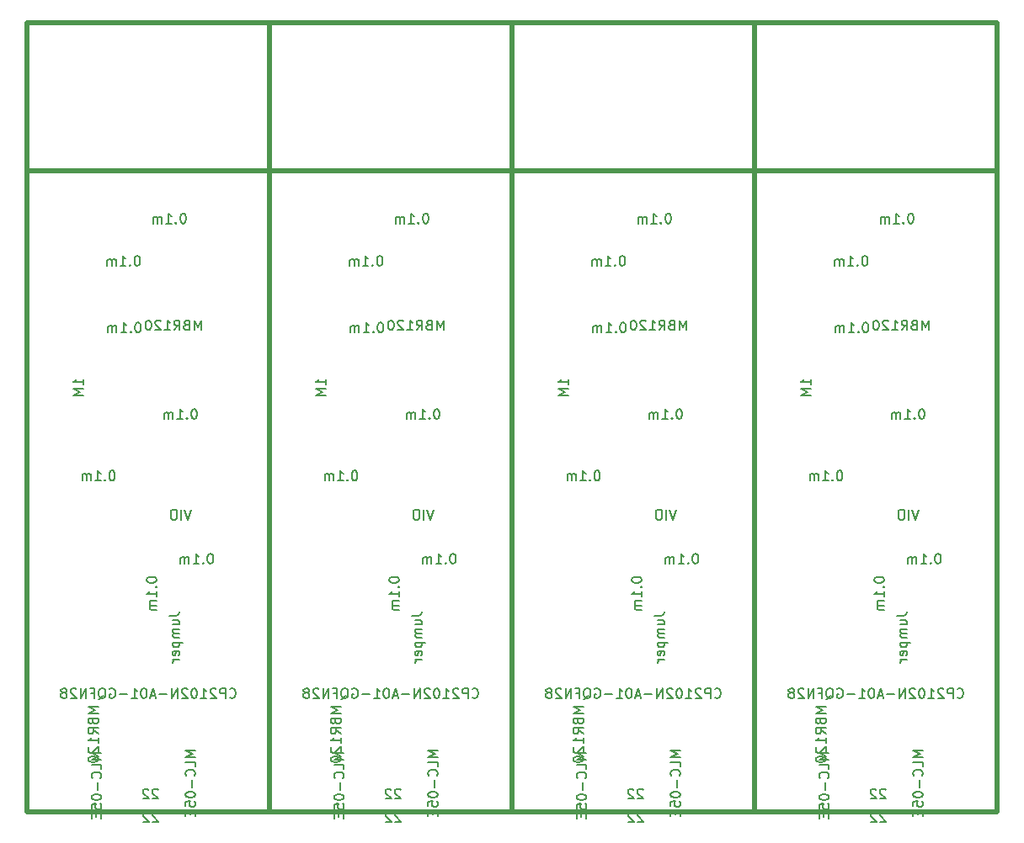
<source format=gbr>
G04 #@! TF.GenerationSoftware,KiCad,Pcbnew,6.0.0-unknown-16cf1a4~86~ubuntu16.04.1*
G04 #@! TF.CreationDate,2019-07-03T13:53:05+02:00*
G04 #@! TF.ProjectId,nano324,6e616e6f-3332-4342-9e6b-696361645f70,rev?*
G04 #@! TF.SameCoordinates,Original*
G04 #@! TF.FileFunction,Other,Fab,Bot*
%FSLAX46Y46*%
G04 Gerber Fmt 4.6, Leading zero omitted, Abs format (unit mm)*
G04 Created by KiCad (PCBNEW 6.0.0-unknown-16cf1a4~86~ubuntu16.04.1) date 2019-07-03 13:53:05*
%MOMM*%
%LPD*%
G04 APERTURE LIST*
%ADD10C,0.500000*%
%ADD11C,0.150000*%
G04 APERTURE END LIST*
D10*
X147929600Y-59893200D02*
X147929600Y-45008800D01*
X123545600Y-59893200D02*
X123545600Y-45008800D01*
X99161600Y-59893200D02*
X99161600Y-45008800D01*
X74777600Y-59893200D02*
X74777600Y-45008800D01*
X172313600Y-45008800D02*
X74777600Y-45008800D01*
X172316140Y-59893200D02*
X172313600Y-45008800D01*
X147929600Y-59893200D02*
X172313600Y-59893200D01*
X147929600Y-124409200D02*
X147929600Y-59893200D01*
X172316140Y-59893200D02*
X172313600Y-124409200D01*
X172313600Y-124409200D02*
X147929600Y-124409200D01*
X123545600Y-59893200D02*
X147929600Y-59893200D01*
X123545600Y-124409200D02*
X123545600Y-59893200D01*
X147932140Y-59893200D02*
X147929600Y-124409200D01*
X147929600Y-124409200D02*
X123545600Y-124409200D01*
X99161600Y-59893200D02*
X123545600Y-59893200D01*
X99161600Y-124409200D02*
X99161600Y-59893200D01*
X123548140Y-59893200D02*
X123545600Y-124409200D01*
X123545600Y-124409200D02*
X99161600Y-124409200D01*
X99164140Y-59893200D02*
X99161600Y-124409200D01*
X74777600Y-124409200D02*
X74777600Y-59893200D01*
X74777600Y-59893200D02*
X99161600Y-59893200D01*
X99161600Y-124409200D02*
X74777600Y-124409200D01*
D11*
X156536211Y-90112600D02*
X156440973Y-90112600D01*
X156345735Y-90160220D01*
X156298116Y-90207839D01*
X156250497Y-90303077D01*
X156202878Y-90493553D01*
X156202878Y-90731648D01*
X156250497Y-90922124D01*
X156298116Y-91017362D01*
X156345735Y-91064981D01*
X156440973Y-91112600D01*
X156536211Y-91112600D01*
X156631449Y-91064981D01*
X156679068Y-91017362D01*
X156726687Y-90922124D01*
X156774306Y-90731648D01*
X156774306Y-90493553D01*
X156726687Y-90303077D01*
X156679068Y-90207839D01*
X156631449Y-90160220D01*
X156536211Y-90112600D01*
X155774306Y-91017362D02*
X155726687Y-91064981D01*
X155774306Y-91112600D01*
X155821925Y-91064981D01*
X155774306Y-91017362D01*
X155774306Y-91112600D01*
X154774306Y-91112600D02*
X155345735Y-91112600D01*
X155060020Y-91112600D02*
X155060020Y-90112600D01*
X155155259Y-90255458D01*
X155250497Y-90350696D01*
X155345735Y-90398315D01*
X154345735Y-91112600D02*
X154345735Y-90445934D01*
X154345735Y-90541172D02*
X154298116Y-90493553D01*
X154202878Y-90445934D01*
X154060020Y-90445934D01*
X153964782Y-90493553D01*
X153917163Y-90588791D01*
X153917163Y-91112600D01*
X153917163Y-90588791D02*
X153869544Y-90493553D01*
X153774306Y-90445934D01*
X153631449Y-90445934D01*
X153536211Y-90493553D01*
X153488592Y-90588791D01*
X153488592Y-91112600D01*
X159066371Y-68496620D02*
X158971133Y-68496620D01*
X158875895Y-68544240D01*
X158828276Y-68591859D01*
X158780657Y-68687097D01*
X158733038Y-68877573D01*
X158733038Y-69115668D01*
X158780657Y-69306144D01*
X158828276Y-69401382D01*
X158875895Y-69449001D01*
X158971133Y-69496620D01*
X159066371Y-69496620D01*
X159161609Y-69449001D01*
X159209228Y-69401382D01*
X159256847Y-69306144D01*
X159304466Y-69115668D01*
X159304466Y-68877573D01*
X159256847Y-68687097D01*
X159209228Y-68591859D01*
X159161609Y-68544240D01*
X159066371Y-68496620D01*
X158304466Y-69401382D02*
X158256847Y-69449001D01*
X158304466Y-69496620D01*
X158352085Y-69449001D01*
X158304466Y-69401382D01*
X158304466Y-69496620D01*
X157304466Y-69496620D02*
X157875895Y-69496620D01*
X157590180Y-69496620D02*
X157590180Y-68496620D01*
X157685419Y-68639478D01*
X157780657Y-68734716D01*
X157875895Y-68782335D01*
X156875895Y-69496620D02*
X156875895Y-68829954D01*
X156875895Y-68925192D02*
X156828276Y-68877573D01*
X156733038Y-68829954D01*
X156590180Y-68829954D01*
X156494942Y-68877573D01*
X156447323Y-68972811D01*
X156447323Y-69496620D01*
X156447323Y-68972811D02*
X156399704Y-68877573D01*
X156304466Y-68829954D01*
X156161609Y-68829954D01*
X156066371Y-68877573D01*
X156018752Y-68972811D01*
X156018752Y-69496620D01*
X163678371Y-64230580D02*
X163583133Y-64230580D01*
X163487895Y-64278200D01*
X163440276Y-64325819D01*
X163392657Y-64421057D01*
X163345038Y-64611533D01*
X163345038Y-64849628D01*
X163392657Y-65040104D01*
X163440276Y-65135342D01*
X163487895Y-65182961D01*
X163583133Y-65230580D01*
X163678371Y-65230580D01*
X163773609Y-65182961D01*
X163821228Y-65135342D01*
X163868847Y-65040104D01*
X163916466Y-64849628D01*
X163916466Y-64611533D01*
X163868847Y-64421057D01*
X163821228Y-64325819D01*
X163773609Y-64278200D01*
X163678371Y-64230580D01*
X162916466Y-65135342D02*
X162868847Y-65182961D01*
X162916466Y-65230580D01*
X162964085Y-65182961D01*
X162916466Y-65135342D01*
X162916466Y-65230580D01*
X161916466Y-65230580D02*
X162487895Y-65230580D01*
X162202180Y-65230580D02*
X162202180Y-64230580D01*
X162297419Y-64373438D01*
X162392657Y-64468676D01*
X162487895Y-64516295D01*
X161487895Y-65230580D02*
X161487895Y-64563914D01*
X161487895Y-64659152D02*
X161440276Y-64611533D01*
X161345038Y-64563914D01*
X161202180Y-64563914D01*
X161106942Y-64611533D01*
X161059323Y-64706771D01*
X161059323Y-65230580D01*
X161059323Y-64706771D02*
X161011704Y-64611533D01*
X160916466Y-64563914D01*
X160773609Y-64563914D01*
X160678371Y-64611533D01*
X160630752Y-64706771D01*
X160630752Y-65230580D01*
X155097740Y-113882515D02*
X154097740Y-113882515D01*
X154812026Y-114215848D01*
X154097740Y-114549181D01*
X155097740Y-114549181D01*
X154573931Y-115358705D02*
X154621550Y-115501562D01*
X154669169Y-115549181D01*
X154764407Y-115596800D01*
X154907264Y-115596800D01*
X155002502Y-115549181D01*
X155050121Y-115501562D01*
X155097740Y-115406324D01*
X155097740Y-115025372D01*
X154097740Y-115025372D01*
X154097740Y-115358705D01*
X154145360Y-115453943D01*
X154192979Y-115501562D01*
X154288217Y-115549181D01*
X154383455Y-115549181D01*
X154478693Y-115501562D01*
X154526312Y-115453943D01*
X154573931Y-115358705D01*
X154573931Y-115025372D01*
X155097740Y-116596800D02*
X154621550Y-116263467D01*
X155097740Y-116025372D02*
X154097740Y-116025372D01*
X154097740Y-116406324D01*
X154145360Y-116501562D01*
X154192979Y-116549181D01*
X154288217Y-116596800D01*
X154431074Y-116596800D01*
X154526312Y-116549181D01*
X154573931Y-116501562D01*
X154621550Y-116406324D01*
X154621550Y-116025372D01*
X155097740Y-117549181D02*
X155097740Y-116977753D01*
X155097740Y-117263467D02*
X154097740Y-117263467D01*
X154240598Y-117168229D01*
X154335836Y-117072991D01*
X154383455Y-116977753D01*
X154192979Y-117930134D02*
X154145360Y-117977753D01*
X154097740Y-118072991D01*
X154097740Y-118311086D01*
X154145360Y-118406324D01*
X154192979Y-118453943D01*
X154288217Y-118501562D01*
X154383455Y-118501562D01*
X154526312Y-118453943D01*
X155097740Y-117882515D01*
X155097740Y-118501562D01*
X154097740Y-119120610D02*
X154097740Y-119215848D01*
X154145360Y-119311086D01*
X154192979Y-119358705D01*
X154288217Y-119406324D01*
X154478693Y-119453943D01*
X154716788Y-119453943D01*
X154907264Y-119406324D01*
X155002502Y-119358705D01*
X155050121Y-119311086D01*
X155097740Y-119215848D01*
X155097740Y-119120610D01*
X155050121Y-119025372D01*
X155002502Y-118977753D01*
X154907264Y-118930134D01*
X154716788Y-118882515D01*
X154478693Y-118882515D01*
X154288217Y-118930134D01*
X154192979Y-118977753D01*
X154145360Y-119025372D01*
X154097740Y-119120610D01*
X164473118Y-94039520D02*
X164139784Y-95039520D01*
X163806451Y-94039520D01*
X163473118Y-95039520D02*
X163473118Y-94039520D01*
X162806451Y-94039520D02*
X162615975Y-94039520D01*
X162520737Y-94087140D01*
X162425499Y-94182378D01*
X162377880Y-94372854D01*
X162377880Y-94706187D01*
X162425499Y-94896663D01*
X162520737Y-94991901D01*
X162615975Y-95039520D01*
X162806451Y-95039520D01*
X162901689Y-94991901D01*
X162996927Y-94896663D01*
X163044546Y-94706187D01*
X163044546Y-94372854D01*
X162996927Y-94182378D01*
X162901689Y-94087140D01*
X162806451Y-94039520D01*
X162251220Y-104685813D02*
X162965506Y-104685813D01*
X163108363Y-104638194D01*
X163203601Y-104542956D01*
X163251220Y-104400099D01*
X163251220Y-104304860D01*
X162584554Y-105590575D02*
X163251220Y-105590575D01*
X162584554Y-105162003D02*
X163108363Y-105162003D01*
X163203601Y-105209622D01*
X163251220Y-105304860D01*
X163251220Y-105447718D01*
X163203601Y-105542956D01*
X163155982Y-105590575D01*
X163251220Y-106066765D02*
X162584554Y-106066765D01*
X162679792Y-106066765D02*
X162632173Y-106114384D01*
X162584554Y-106209622D01*
X162584554Y-106352480D01*
X162632173Y-106447718D01*
X162727411Y-106495337D01*
X163251220Y-106495337D01*
X162727411Y-106495337D02*
X162632173Y-106542956D01*
X162584554Y-106638194D01*
X162584554Y-106781051D01*
X162632173Y-106876289D01*
X162727411Y-106923908D01*
X163251220Y-106923908D01*
X162584554Y-107400099D02*
X163584554Y-107400099D01*
X162632173Y-107400099D02*
X162584554Y-107495337D01*
X162584554Y-107685813D01*
X162632173Y-107781051D01*
X162679792Y-107828670D01*
X162775030Y-107876289D01*
X163060744Y-107876289D01*
X163155982Y-107828670D01*
X163203601Y-107781051D01*
X163251220Y-107685813D01*
X163251220Y-107495337D01*
X163203601Y-107400099D01*
X163203601Y-108685813D02*
X163251220Y-108590575D01*
X163251220Y-108400099D01*
X163203601Y-108304860D01*
X163108363Y-108257241D01*
X162727411Y-108257241D01*
X162632173Y-108304860D01*
X162584554Y-108400099D01*
X162584554Y-108590575D01*
X162632173Y-108685813D01*
X162727411Y-108733432D01*
X162822649Y-108733432D01*
X162917887Y-108257241D01*
X163251220Y-109162003D02*
X162584554Y-109162003D01*
X162775030Y-109162003D02*
X162679792Y-109209622D01*
X162632173Y-109257241D01*
X162584554Y-109352480D01*
X162584554Y-109447718D01*
X164781051Y-83902300D02*
X164685813Y-83902300D01*
X164590575Y-83949920D01*
X164542956Y-83997539D01*
X164495337Y-84092777D01*
X164447718Y-84283253D01*
X164447718Y-84521348D01*
X164495337Y-84711824D01*
X164542956Y-84807062D01*
X164590575Y-84854681D01*
X164685813Y-84902300D01*
X164781051Y-84902300D01*
X164876289Y-84854681D01*
X164923908Y-84807062D01*
X164971527Y-84711824D01*
X165019146Y-84521348D01*
X165019146Y-84283253D01*
X164971527Y-84092777D01*
X164923908Y-83997539D01*
X164876289Y-83949920D01*
X164781051Y-83902300D01*
X164019146Y-84807062D02*
X163971527Y-84854681D01*
X164019146Y-84902300D01*
X164066765Y-84854681D01*
X164019146Y-84807062D01*
X164019146Y-84902300D01*
X163019146Y-84902300D02*
X163590575Y-84902300D01*
X163304860Y-84902300D02*
X163304860Y-83902300D01*
X163400099Y-84045158D01*
X163495337Y-84140396D01*
X163590575Y-84188015D01*
X162590575Y-84902300D02*
X162590575Y-84235634D01*
X162590575Y-84330872D02*
X162542956Y-84283253D01*
X162447718Y-84235634D01*
X162304860Y-84235634D01*
X162209622Y-84283253D01*
X162162003Y-84378491D01*
X162162003Y-84902300D01*
X162162003Y-84378491D02*
X162114384Y-84283253D01*
X162019146Y-84235634D01*
X161876289Y-84235634D01*
X161781051Y-84283253D01*
X161733432Y-84378491D01*
X161733432Y-84902300D01*
X161112104Y-122221419D02*
X161064485Y-122173800D01*
X160969247Y-122126180D01*
X160731152Y-122126180D01*
X160635914Y-122173800D01*
X160588295Y-122221419D01*
X160540676Y-122316657D01*
X160540676Y-122411895D01*
X160588295Y-122554752D01*
X161159723Y-123126180D01*
X160540676Y-123126180D01*
X160159723Y-122221419D02*
X160112104Y-122173800D01*
X160016866Y-122126180D01*
X159778771Y-122126180D01*
X159683533Y-122173800D01*
X159635914Y-122221419D01*
X159588295Y-122316657D01*
X159588295Y-122411895D01*
X159635914Y-122554752D01*
X160207342Y-123126180D01*
X159588295Y-123126180D01*
X166421891Y-98479360D02*
X166326653Y-98479360D01*
X166231415Y-98526980D01*
X166183796Y-98574599D01*
X166136177Y-98669837D01*
X166088558Y-98860313D01*
X166088558Y-99098408D01*
X166136177Y-99288884D01*
X166183796Y-99384122D01*
X166231415Y-99431741D01*
X166326653Y-99479360D01*
X166421891Y-99479360D01*
X166517129Y-99431741D01*
X166564748Y-99384122D01*
X166612367Y-99288884D01*
X166659986Y-99098408D01*
X166659986Y-98860313D01*
X166612367Y-98669837D01*
X166564748Y-98574599D01*
X166517129Y-98526980D01*
X166421891Y-98479360D01*
X165659986Y-99384122D02*
X165612367Y-99431741D01*
X165659986Y-99479360D01*
X165707605Y-99431741D01*
X165659986Y-99384122D01*
X165659986Y-99479360D01*
X164659986Y-99479360D02*
X165231415Y-99479360D01*
X164945700Y-99479360D02*
X164945700Y-98479360D01*
X165040939Y-98622218D01*
X165136177Y-98717456D01*
X165231415Y-98765075D01*
X164231415Y-99479360D02*
X164231415Y-98812694D01*
X164231415Y-98907932D02*
X164183796Y-98860313D01*
X164088558Y-98812694D01*
X163945700Y-98812694D01*
X163850462Y-98860313D01*
X163802843Y-98955551D01*
X163802843Y-99479360D01*
X163802843Y-98955551D02*
X163755224Y-98860313D01*
X163659986Y-98812694D01*
X163517129Y-98812694D01*
X163421891Y-98860313D01*
X163374272Y-98955551D01*
X163374272Y-99479360D01*
X153571200Y-81465465D02*
X153571200Y-80894037D01*
X153571200Y-81179751D02*
X152571200Y-81179751D01*
X152714058Y-81084513D01*
X152809296Y-80989275D01*
X152856915Y-80894037D01*
X153571200Y-81894037D02*
X152571200Y-81894037D01*
X153285486Y-82227370D01*
X152571200Y-82560703D01*
X153571200Y-82560703D01*
X164871580Y-118277095D02*
X163871580Y-118277095D01*
X164585866Y-118610428D01*
X163871580Y-118943761D01*
X164871580Y-118943761D01*
X164871580Y-119896142D02*
X164871580Y-119419952D01*
X163871580Y-119419952D01*
X164776342Y-120800904D02*
X164823961Y-120753285D01*
X164871580Y-120610428D01*
X164871580Y-120515190D01*
X164823961Y-120372333D01*
X164728723Y-120277095D01*
X164633485Y-120229476D01*
X164443009Y-120181857D01*
X164300152Y-120181857D01*
X164109676Y-120229476D01*
X164014438Y-120277095D01*
X163919200Y-120372333D01*
X163871580Y-120515190D01*
X163871580Y-120610428D01*
X163919200Y-120753285D01*
X163966819Y-120800904D01*
X164490628Y-121229476D02*
X164490628Y-121991380D01*
X163871580Y-122658047D02*
X163871580Y-122753285D01*
X163919200Y-122848523D01*
X163966819Y-122896142D01*
X164062057Y-122943761D01*
X164252533Y-122991380D01*
X164490628Y-122991380D01*
X164681104Y-122943761D01*
X164776342Y-122896142D01*
X164823961Y-122848523D01*
X164871580Y-122753285D01*
X164871580Y-122658047D01*
X164823961Y-122562809D01*
X164776342Y-122515190D01*
X164681104Y-122467571D01*
X164490628Y-122419952D01*
X164252533Y-122419952D01*
X164062057Y-122467571D01*
X163966819Y-122515190D01*
X163919200Y-122562809D01*
X163871580Y-122658047D01*
X163871580Y-123896142D02*
X163871580Y-123419952D01*
X164347771Y-123372333D01*
X164300152Y-123419952D01*
X164252533Y-123515190D01*
X164252533Y-123753285D01*
X164300152Y-123848523D01*
X164347771Y-123896142D01*
X164443009Y-123943761D01*
X164681104Y-123943761D01*
X164776342Y-123896142D01*
X164823961Y-123848523D01*
X164871580Y-123753285D01*
X164871580Y-123515190D01*
X164823961Y-123419952D01*
X164776342Y-123372333D01*
X164347771Y-124372333D02*
X164347771Y-124705666D01*
X164871580Y-124848523D02*
X164871580Y-124372333D01*
X163871580Y-124372333D01*
X163871580Y-124848523D01*
X159954980Y-101050588D02*
X159954980Y-101145826D01*
X160002600Y-101241064D01*
X160050219Y-101288683D01*
X160145457Y-101336302D01*
X160335933Y-101383921D01*
X160574028Y-101383921D01*
X160764504Y-101336302D01*
X160859742Y-101288683D01*
X160907361Y-101241064D01*
X160954980Y-101145826D01*
X160954980Y-101050588D01*
X160907361Y-100955350D01*
X160859742Y-100907731D01*
X160764504Y-100860112D01*
X160574028Y-100812493D01*
X160335933Y-100812493D01*
X160145457Y-100860112D01*
X160050219Y-100907731D01*
X160002600Y-100955350D01*
X159954980Y-101050588D01*
X160859742Y-101812493D02*
X160907361Y-101860112D01*
X160954980Y-101812493D01*
X160907361Y-101764874D01*
X160859742Y-101812493D01*
X160954980Y-101812493D01*
X160954980Y-102812493D02*
X160954980Y-102241064D01*
X160954980Y-102526779D02*
X159954980Y-102526779D01*
X160097838Y-102431540D01*
X160193076Y-102336302D01*
X160240695Y-102241064D01*
X160954980Y-103241064D02*
X160288314Y-103241064D01*
X160383552Y-103241064D02*
X160335933Y-103288683D01*
X160288314Y-103383921D01*
X160288314Y-103526779D01*
X160335933Y-103622017D01*
X160431171Y-103669636D01*
X160954980Y-103669636D01*
X160431171Y-103669636D02*
X160335933Y-103717255D01*
X160288314Y-103812493D01*
X160288314Y-103955350D01*
X160335933Y-104050588D01*
X160431171Y-104098207D01*
X160954980Y-104098207D01*
X165432904Y-75964040D02*
X165432904Y-74964040D01*
X165099571Y-75678326D01*
X164766238Y-74964040D01*
X164766238Y-75964040D01*
X163956714Y-75440231D02*
X163813857Y-75487850D01*
X163766238Y-75535469D01*
X163718619Y-75630707D01*
X163718619Y-75773564D01*
X163766238Y-75868802D01*
X163813857Y-75916421D01*
X163909095Y-75964040D01*
X164290047Y-75964040D01*
X164290047Y-74964040D01*
X163956714Y-74964040D01*
X163861476Y-75011660D01*
X163813857Y-75059279D01*
X163766238Y-75154517D01*
X163766238Y-75249755D01*
X163813857Y-75344993D01*
X163861476Y-75392612D01*
X163956714Y-75440231D01*
X164290047Y-75440231D01*
X162718619Y-75964040D02*
X163051952Y-75487850D01*
X163290047Y-75964040D02*
X163290047Y-74964040D01*
X162909095Y-74964040D01*
X162813857Y-75011660D01*
X162766238Y-75059279D01*
X162718619Y-75154517D01*
X162718619Y-75297374D01*
X162766238Y-75392612D01*
X162813857Y-75440231D01*
X162909095Y-75487850D01*
X163290047Y-75487850D01*
X161766238Y-75964040D02*
X162337666Y-75964040D01*
X162051952Y-75964040D02*
X162051952Y-74964040D01*
X162147190Y-75106898D01*
X162242428Y-75202136D01*
X162337666Y-75249755D01*
X161385285Y-75059279D02*
X161337666Y-75011660D01*
X161242428Y-74964040D01*
X161004333Y-74964040D01*
X160909095Y-75011660D01*
X160861476Y-75059279D01*
X160813857Y-75154517D01*
X160813857Y-75249755D01*
X160861476Y-75392612D01*
X161432904Y-75964040D01*
X160813857Y-75964040D01*
X160194809Y-74964040D02*
X160099571Y-74964040D01*
X160004333Y-75011660D01*
X159956714Y-75059279D01*
X159909095Y-75154517D01*
X159861476Y-75344993D01*
X159861476Y-75583088D01*
X159909095Y-75773564D01*
X159956714Y-75868802D01*
X160004333Y-75916421D01*
X160099571Y-75964040D01*
X160194809Y-75964040D01*
X160290047Y-75916421D01*
X160337666Y-75868802D01*
X160385285Y-75773564D01*
X160432904Y-75583088D01*
X160432904Y-75344993D01*
X160385285Y-75154517D01*
X160337666Y-75059279D01*
X160290047Y-75011660D01*
X160194809Y-74964040D01*
X155417780Y-118531095D02*
X154417780Y-118531095D01*
X155132066Y-118864428D01*
X154417780Y-119197761D01*
X155417780Y-119197761D01*
X155417780Y-120150142D02*
X155417780Y-119673952D01*
X154417780Y-119673952D01*
X155322542Y-121054904D02*
X155370161Y-121007285D01*
X155417780Y-120864428D01*
X155417780Y-120769190D01*
X155370161Y-120626333D01*
X155274923Y-120531095D01*
X155179685Y-120483476D01*
X154989209Y-120435857D01*
X154846352Y-120435857D01*
X154655876Y-120483476D01*
X154560638Y-120531095D01*
X154465400Y-120626333D01*
X154417780Y-120769190D01*
X154417780Y-120864428D01*
X154465400Y-121007285D01*
X154513019Y-121054904D01*
X155036828Y-121483476D02*
X155036828Y-122245380D01*
X154417780Y-122912047D02*
X154417780Y-123007285D01*
X154465400Y-123102523D01*
X154513019Y-123150142D01*
X154608257Y-123197761D01*
X154798733Y-123245380D01*
X155036828Y-123245380D01*
X155227304Y-123197761D01*
X155322542Y-123150142D01*
X155370161Y-123102523D01*
X155417780Y-123007285D01*
X155417780Y-122912047D01*
X155370161Y-122816809D01*
X155322542Y-122769190D01*
X155227304Y-122721571D01*
X155036828Y-122673952D01*
X154798733Y-122673952D01*
X154608257Y-122721571D01*
X154513019Y-122769190D01*
X154465400Y-122816809D01*
X154417780Y-122912047D01*
X154417780Y-124150142D02*
X154417780Y-123673952D01*
X154893971Y-123626333D01*
X154846352Y-123673952D01*
X154798733Y-123769190D01*
X154798733Y-124007285D01*
X154846352Y-124102523D01*
X154893971Y-124150142D01*
X154989209Y-124197761D01*
X155227304Y-124197761D01*
X155322542Y-124150142D01*
X155370161Y-124102523D01*
X155417780Y-124007285D01*
X155417780Y-123769190D01*
X155370161Y-123673952D01*
X155322542Y-123626333D01*
X154893971Y-124626333D02*
X154893971Y-124959666D01*
X155417780Y-125102523D02*
X155417780Y-124626333D01*
X154417780Y-124626333D01*
X154417780Y-125102523D01*
X161137504Y-124583619D02*
X161089885Y-124536000D01*
X160994647Y-124488380D01*
X160756552Y-124488380D01*
X160661314Y-124536000D01*
X160613695Y-124583619D01*
X160566076Y-124678857D01*
X160566076Y-124774095D01*
X160613695Y-124916952D01*
X161185123Y-125488380D01*
X160566076Y-125488380D01*
X160185123Y-124583619D02*
X160137504Y-124536000D01*
X160042266Y-124488380D01*
X159804171Y-124488380D01*
X159708933Y-124536000D01*
X159661314Y-124583619D01*
X159613695Y-124678857D01*
X159613695Y-124774095D01*
X159661314Y-124916952D01*
X160232742Y-125488380D01*
X159613695Y-125488380D01*
X159144712Y-75203959D02*
X159049474Y-75203959D01*
X158954236Y-75251579D01*
X158906617Y-75299198D01*
X158858998Y-75394436D01*
X158811379Y-75584912D01*
X158811379Y-75823007D01*
X158858998Y-76013483D01*
X158906617Y-76108721D01*
X158954236Y-76156340D01*
X159049474Y-76203959D01*
X159144712Y-76203959D01*
X159239950Y-76156340D01*
X159287569Y-76108721D01*
X159335188Y-76013483D01*
X159382807Y-75823007D01*
X159382807Y-75584912D01*
X159335188Y-75394436D01*
X159287569Y-75299198D01*
X159239950Y-75251579D01*
X159144712Y-75203959D01*
X158382807Y-76108721D02*
X158335188Y-76156340D01*
X158382807Y-76203959D01*
X158430426Y-76156340D01*
X158382807Y-76108721D01*
X158382807Y-76203959D01*
X157382807Y-76203959D02*
X157954236Y-76203959D01*
X157668521Y-76203959D02*
X157668521Y-75203959D01*
X157763760Y-75346817D01*
X157858998Y-75442055D01*
X157954236Y-75489674D01*
X156954236Y-76203959D02*
X156954236Y-75537293D01*
X156954236Y-75632531D02*
X156906617Y-75584912D01*
X156811379Y-75537293D01*
X156668521Y-75537293D01*
X156573283Y-75584912D01*
X156525664Y-75680150D01*
X156525664Y-76203959D01*
X156525664Y-75680150D02*
X156478045Y-75584912D01*
X156382807Y-75537293D01*
X156239950Y-75537293D01*
X156144712Y-75584912D01*
X156097093Y-75680150D01*
X156097093Y-76203959D01*
X168313666Y-112924862D02*
X168361285Y-112972481D01*
X168504142Y-113020100D01*
X168599380Y-113020100D01*
X168742238Y-112972481D01*
X168837476Y-112877243D01*
X168885095Y-112782005D01*
X168932714Y-112591529D01*
X168932714Y-112448672D01*
X168885095Y-112258196D01*
X168837476Y-112162958D01*
X168742238Y-112067720D01*
X168599380Y-112020100D01*
X168504142Y-112020100D01*
X168361285Y-112067720D01*
X168313666Y-112115339D01*
X167885095Y-113020100D02*
X167885095Y-112020100D01*
X167504142Y-112020100D01*
X167408904Y-112067720D01*
X167361285Y-112115339D01*
X167313666Y-112210577D01*
X167313666Y-112353434D01*
X167361285Y-112448672D01*
X167408904Y-112496291D01*
X167504142Y-112543910D01*
X167885095Y-112543910D01*
X166932714Y-112115339D02*
X166885095Y-112067720D01*
X166789857Y-112020100D01*
X166551761Y-112020100D01*
X166456523Y-112067720D01*
X166408904Y-112115339D01*
X166361285Y-112210577D01*
X166361285Y-112305815D01*
X166408904Y-112448672D01*
X166980333Y-113020100D01*
X166361285Y-113020100D01*
X165408904Y-113020100D02*
X165980333Y-113020100D01*
X165694619Y-113020100D02*
X165694619Y-112020100D01*
X165789857Y-112162958D01*
X165885095Y-112258196D01*
X165980333Y-112305815D01*
X164789857Y-112020100D02*
X164694619Y-112020100D01*
X164599380Y-112067720D01*
X164551761Y-112115339D01*
X164504142Y-112210577D01*
X164456523Y-112401053D01*
X164456523Y-112639148D01*
X164504142Y-112829624D01*
X164551761Y-112924862D01*
X164599380Y-112972481D01*
X164694619Y-113020100D01*
X164789857Y-113020100D01*
X164885095Y-112972481D01*
X164932714Y-112924862D01*
X164980333Y-112829624D01*
X165027952Y-112639148D01*
X165027952Y-112401053D01*
X164980333Y-112210577D01*
X164932714Y-112115339D01*
X164885095Y-112067720D01*
X164789857Y-112020100D01*
X164075571Y-112115339D02*
X164027952Y-112067720D01*
X163932714Y-112020100D01*
X163694619Y-112020100D01*
X163599380Y-112067720D01*
X163551761Y-112115339D01*
X163504142Y-112210577D01*
X163504142Y-112305815D01*
X163551761Y-112448672D01*
X164123190Y-113020100D01*
X163504142Y-113020100D01*
X163075571Y-113020100D02*
X163075571Y-112020100D01*
X162504142Y-113020100D01*
X162504142Y-112020100D01*
X162027952Y-112639148D02*
X161266047Y-112639148D01*
X160837476Y-112734386D02*
X160361285Y-112734386D01*
X160932714Y-113020100D02*
X160599380Y-112020100D01*
X160266047Y-113020100D01*
X159742238Y-112020100D02*
X159647000Y-112020100D01*
X159551761Y-112067720D01*
X159504142Y-112115339D01*
X159456523Y-112210577D01*
X159408904Y-112401053D01*
X159408904Y-112639148D01*
X159456523Y-112829624D01*
X159504142Y-112924862D01*
X159551761Y-112972481D01*
X159647000Y-113020100D01*
X159742238Y-113020100D01*
X159837476Y-112972481D01*
X159885095Y-112924862D01*
X159932714Y-112829624D01*
X159980333Y-112639148D01*
X159980333Y-112401053D01*
X159932714Y-112210577D01*
X159885095Y-112115339D01*
X159837476Y-112067720D01*
X159742238Y-112020100D01*
X158456523Y-113020100D02*
X159027952Y-113020100D01*
X158742238Y-113020100D02*
X158742238Y-112020100D01*
X158837476Y-112162958D01*
X158932714Y-112258196D01*
X159027952Y-112305815D01*
X158027952Y-112639148D02*
X157266047Y-112639148D01*
X156266047Y-112067720D02*
X156361285Y-112020100D01*
X156504142Y-112020100D01*
X156647000Y-112067720D01*
X156742238Y-112162958D01*
X156789857Y-112258196D01*
X156837476Y-112448672D01*
X156837476Y-112591529D01*
X156789857Y-112782005D01*
X156742238Y-112877243D01*
X156647000Y-112972481D01*
X156504142Y-113020100D01*
X156408904Y-113020100D01*
X156266047Y-112972481D01*
X156218428Y-112924862D01*
X156218428Y-112591529D01*
X156408904Y-112591529D01*
X155123190Y-113115339D02*
X155218428Y-113067720D01*
X155313666Y-112972481D01*
X155456523Y-112829624D01*
X155551761Y-112782005D01*
X155647000Y-112782005D01*
X155599380Y-113020100D02*
X155694619Y-112972481D01*
X155789857Y-112877243D01*
X155837476Y-112686767D01*
X155837476Y-112353434D01*
X155789857Y-112162958D01*
X155694619Y-112067720D01*
X155599380Y-112020100D01*
X155408904Y-112020100D01*
X155313666Y-112067720D01*
X155218428Y-112162958D01*
X155170809Y-112353434D01*
X155170809Y-112686767D01*
X155218428Y-112877243D01*
X155313666Y-112972481D01*
X155408904Y-113020100D01*
X155599380Y-113020100D01*
X154408904Y-112496291D02*
X154742238Y-112496291D01*
X154742238Y-113020100D02*
X154742238Y-112020100D01*
X154266047Y-112020100D01*
X153885095Y-113020100D02*
X153885095Y-112020100D01*
X153313666Y-113020100D01*
X153313666Y-112020100D01*
X152885095Y-112115339D02*
X152837476Y-112067720D01*
X152742238Y-112020100D01*
X152504142Y-112020100D01*
X152408904Y-112067720D01*
X152361285Y-112115339D01*
X152313666Y-112210577D01*
X152313666Y-112305815D01*
X152361285Y-112448672D01*
X152932714Y-113020100D01*
X152313666Y-113020100D01*
X151742238Y-112448672D02*
X151837476Y-112401053D01*
X151885095Y-112353434D01*
X151932714Y-112258196D01*
X151932714Y-112210577D01*
X151885095Y-112115339D01*
X151837476Y-112067720D01*
X151742238Y-112020100D01*
X151551761Y-112020100D01*
X151456523Y-112067720D01*
X151408904Y-112115339D01*
X151361285Y-112210577D01*
X151361285Y-112258196D01*
X151408904Y-112353434D01*
X151456523Y-112401053D01*
X151551761Y-112448672D01*
X151742238Y-112448672D01*
X151837476Y-112496291D01*
X151885095Y-112543910D01*
X151932714Y-112639148D01*
X151932714Y-112829624D01*
X151885095Y-112924862D01*
X151837476Y-112972481D01*
X151742238Y-113020100D01*
X151551761Y-113020100D01*
X151456523Y-112972481D01*
X151408904Y-112924862D01*
X151361285Y-112829624D01*
X151361285Y-112639148D01*
X151408904Y-112543910D01*
X151456523Y-112496291D01*
X151551761Y-112448672D01*
X132152211Y-90112600D02*
X132056973Y-90112600D01*
X131961735Y-90160220D01*
X131914116Y-90207839D01*
X131866497Y-90303077D01*
X131818878Y-90493553D01*
X131818878Y-90731648D01*
X131866497Y-90922124D01*
X131914116Y-91017362D01*
X131961735Y-91064981D01*
X132056973Y-91112600D01*
X132152211Y-91112600D01*
X132247449Y-91064981D01*
X132295068Y-91017362D01*
X132342687Y-90922124D01*
X132390306Y-90731648D01*
X132390306Y-90493553D01*
X132342687Y-90303077D01*
X132295068Y-90207839D01*
X132247449Y-90160220D01*
X132152211Y-90112600D01*
X131390306Y-91017362D02*
X131342687Y-91064981D01*
X131390306Y-91112600D01*
X131437925Y-91064981D01*
X131390306Y-91017362D01*
X131390306Y-91112600D01*
X130390306Y-91112600D02*
X130961735Y-91112600D01*
X130676020Y-91112600D02*
X130676020Y-90112600D01*
X130771259Y-90255458D01*
X130866497Y-90350696D01*
X130961735Y-90398315D01*
X129961735Y-91112600D02*
X129961735Y-90445934D01*
X129961735Y-90541172D02*
X129914116Y-90493553D01*
X129818878Y-90445934D01*
X129676020Y-90445934D01*
X129580782Y-90493553D01*
X129533163Y-90588791D01*
X129533163Y-91112600D01*
X129533163Y-90588791D02*
X129485544Y-90493553D01*
X129390306Y-90445934D01*
X129247449Y-90445934D01*
X129152211Y-90493553D01*
X129104592Y-90588791D01*
X129104592Y-91112600D01*
X134682371Y-68496620D02*
X134587133Y-68496620D01*
X134491895Y-68544240D01*
X134444276Y-68591859D01*
X134396657Y-68687097D01*
X134349038Y-68877573D01*
X134349038Y-69115668D01*
X134396657Y-69306144D01*
X134444276Y-69401382D01*
X134491895Y-69449001D01*
X134587133Y-69496620D01*
X134682371Y-69496620D01*
X134777609Y-69449001D01*
X134825228Y-69401382D01*
X134872847Y-69306144D01*
X134920466Y-69115668D01*
X134920466Y-68877573D01*
X134872847Y-68687097D01*
X134825228Y-68591859D01*
X134777609Y-68544240D01*
X134682371Y-68496620D01*
X133920466Y-69401382D02*
X133872847Y-69449001D01*
X133920466Y-69496620D01*
X133968085Y-69449001D01*
X133920466Y-69401382D01*
X133920466Y-69496620D01*
X132920466Y-69496620D02*
X133491895Y-69496620D01*
X133206180Y-69496620D02*
X133206180Y-68496620D01*
X133301419Y-68639478D01*
X133396657Y-68734716D01*
X133491895Y-68782335D01*
X132491895Y-69496620D02*
X132491895Y-68829954D01*
X132491895Y-68925192D02*
X132444276Y-68877573D01*
X132349038Y-68829954D01*
X132206180Y-68829954D01*
X132110942Y-68877573D01*
X132063323Y-68972811D01*
X132063323Y-69496620D01*
X132063323Y-68972811D02*
X132015704Y-68877573D01*
X131920466Y-68829954D01*
X131777609Y-68829954D01*
X131682371Y-68877573D01*
X131634752Y-68972811D01*
X131634752Y-69496620D01*
X139294371Y-64230580D02*
X139199133Y-64230580D01*
X139103895Y-64278200D01*
X139056276Y-64325819D01*
X139008657Y-64421057D01*
X138961038Y-64611533D01*
X138961038Y-64849628D01*
X139008657Y-65040104D01*
X139056276Y-65135342D01*
X139103895Y-65182961D01*
X139199133Y-65230580D01*
X139294371Y-65230580D01*
X139389609Y-65182961D01*
X139437228Y-65135342D01*
X139484847Y-65040104D01*
X139532466Y-64849628D01*
X139532466Y-64611533D01*
X139484847Y-64421057D01*
X139437228Y-64325819D01*
X139389609Y-64278200D01*
X139294371Y-64230580D01*
X138532466Y-65135342D02*
X138484847Y-65182961D01*
X138532466Y-65230580D01*
X138580085Y-65182961D01*
X138532466Y-65135342D01*
X138532466Y-65230580D01*
X137532466Y-65230580D02*
X138103895Y-65230580D01*
X137818180Y-65230580D02*
X137818180Y-64230580D01*
X137913419Y-64373438D01*
X138008657Y-64468676D01*
X138103895Y-64516295D01*
X137103895Y-65230580D02*
X137103895Y-64563914D01*
X137103895Y-64659152D02*
X137056276Y-64611533D01*
X136961038Y-64563914D01*
X136818180Y-64563914D01*
X136722942Y-64611533D01*
X136675323Y-64706771D01*
X136675323Y-65230580D01*
X136675323Y-64706771D02*
X136627704Y-64611533D01*
X136532466Y-64563914D01*
X136389609Y-64563914D01*
X136294371Y-64611533D01*
X136246752Y-64706771D01*
X136246752Y-65230580D01*
X130713740Y-113882515D02*
X129713740Y-113882515D01*
X130428026Y-114215848D01*
X129713740Y-114549181D01*
X130713740Y-114549181D01*
X130189931Y-115358705D02*
X130237550Y-115501562D01*
X130285169Y-115549181D01*
X130380407Y-115596800D01*
X130523264Y-115596800D01*
X130618502Y-115549181D01*
X130666121Y-115501562D01*
X130713740Y-115406324D01*
X130713740Y-115025372D01*
X129713740Y-115025372D01*
X129713740Y-115358705D01*
X129761360Y-115453943D01*
X129808979Y-115501562D01*
X129904217Y-115549181D01*
X129999455Y-115549181D01*
X130094693Y-115501562D01*
X130142312Y-115453943D01*
X130189931Y-115358705D01*
X130189931Y-115025372D01*
X130713740Y-116596800D02*
X130237550Y-116263467D01*
X130713740Y-116025372D02*
X129713740Y-116025372D01*
X129713740Y-116406324D01*
X129761360Y-116501562D01*
X129808979Y-116549181D01*
X129904217Y-116596800D01*
X130047074Y-116596800D01*
X130142312Y-116549181D01*
X130189931Y-116501562D01*
X130237550Y-116406324D01*
X130237550Y-116025372D01*
X130713740Y-117549181D02*
X130713740Y-116977753D01*
X130713740Y-117263467D02*
X129713740Y-117263467D01*
X129856598Y-117168229D01*
X129951836Y-117072991D01*
X129999455Y-116977753D01*
X129808979Y-117930134D02*
X129761360Y-117977753D01*
X129713740Y-118072991D01*
X129713740Y-118311086D01*
X129761360Y-118406324D01*
X129808979Y-118453943D01*
X129904217Y-118501562D01*
X129999455Y-118501562D01*
X130142312Y-118453943D01*
X130713740Y-117882515D01*
X130713740Y-118501562D01*
X129713740Y-119120610D02*
X129713740Y-119215848D01*
X129761360Y-119311086D01*
X129808979Y-119358705D01*
X129904217Y-119406324D01*
X130094693Y-119453943D01*
X130332788Y-119453943D01*
X130523264Y-119406324D01*
X130618502Y-119358705D01*
X130666121Y-119311086D01*
X130713740Y-119215848D01*
X130713740Y-119120610D01*
X130666121Y-119025372D01*
X130618502Y-118977753D01*
X130523264Y-118930134D01*
X130332788Y-118882515D01*
X130094693Y-118882515D01*
X129904217Y-118930134D01*
X129808979Y-118977753D01*
X129761360Y-119025372D01*
X129713740Y-119120610D01*
X140089118Y-94039520D02*
X139755784Y-95039520D01*
X139422451Y-94039520D01*
X139089118Y-95039520D02*
X139089118Y-94039520D01*
X138422451Y-94039520D02*
X138231975Y-94039520D01*
X138136737Y-94087140D01*
X138041499Y-94182378D01*
X137993880Y-94372854D01*
X137993880Y-94706187D01*
X138041499Y-94896663D01*
X138136737Y-94991901D01*
X138231975Y-95039520D01*
X138422451Y-95039520D01*
X138517689Y-94991901D01*
X138612927Y-94896663D01*
X138660546Y-94706187D01*
X138660546Y-94372854D01*
X138612927Y-94182378D01*
X138517689Y-94087140D01*
X138422451Y-94039520D01*
X137867220Y-104685813D02*
X138581506Y-104685813D01*
X138724363Y-104638194D01*
X138819601Y-104542956D01*
X138867220Y-104400099D01*
X138867220Y-104304860D01*
X138200554Y-105590575D02*
X138867220Y-105590575D01*
X138200554Y-105162003D02*
X138724363Y-105162003D01*
X138819601Y-105209622D01*
X138867220Y-105304860D01*
X138867220Y-105447718D01*
X138819601Y-105542956D01*
X138771982Y-105590575D01*
X138867220Y-106066765D02*
X138200554Y-106066765D01*
X138295792Y-106066765D02*
X138248173Y-106114384D01*
X138200554Y-106209622D01*
X138200554Y-106352480D01*
X138248173Y-106447718D01*
X138343411Y-106495337D01*
X138867220Y-106495337D01*
X138343411Y-106495337D02*
X138248173Y-106542956D01*
X138200554Y-106638194D01*
X138200554Y-106781051D01*
X138248173Y-106876289D01*
X138343411Y-106923908D01*
X138867220Y-106923908D01*
X138200554Y-107400099D02*
X139200554Y-107400099D01*
X138248173Y-107400099D02*
X138200554Y-107495337D01*
X138200554Y-107685813D01*
X138248173Y-107781051D01*
X138295792Y-107828670D01*
X138391030Y-107876289D01*
X138676744Y-107876289D01*
X138771982Y-107828670D01*
X138819601Y-107781051D01*
X138867220Y-107685813D01*
X138867220Y-107495337D01*
X138819601Y-107400099D01*
X138819601Y-108685813D02*
X138867220Y-108590575D01*
X138867220Y-108400099D01*
X138819601Y-108304860D01*
X138724363Y-108257241D01*
X138343411Y-108257241D01*
X138248173Y-108304860D01*
X138200554Y-108400099D01*
X138200554Y-108590575D01*
X138248173Y-108685813D01*
X138343411Y-108733432D01*
X138438649Y-108733432D01*
X138533887Y-108257241D01*
X138867220Y-109162003D02*
X138200554Y-109162003D01*
X138391030Y-109162003D02*
X138295792Y-109209622D01*
X138248173Y-109257241D01*
X138200554Y-109352480D01*
X138200554Y-109447718D01*
X140397051Y-83902300D02*
X140301813Y-83902300D01*
X140206575Y-83949920D01*
X140158956Y-83997539D01*
X140111337Y-84092777D01*
X140063718Y-84283253D01*
X140063718Y-84521348D01*
X140111337Y-84711824D01*
X140158956Y-84807062D01*
X140206575Y-84854681D01*
X140301813Y-84902300D01*
X140397051Y-84902300D01*
X140492289Y-84854681D01*
X140539908Y-84807062D01*
X140587527Y-84711824D01*
X140635146Y-84521348D01*
X140635146Y-84283253D01*
X140587527Y-84092777D01*
X140539908Y-83997539D01*
X140492289Y-83949920D01*
X140397051Y-83902300D01*
X139635146Y-84807062D02*
X139587527Y-84854681D01*
X139635146Y-84902300D01*
X139682765Y-84854681D01*
X139635146Y-84807062D01*
X139635146Y-84902300D01*
X138635146Y-84902300D02*
X139206575Y-84902300D01*
X138920860Y-84902300D02*
X138920860Y-83902300D01*
X139016099Y-84045158D01*
X139111337Y-84140396D01*
X139206575Y-84188015D01*
X138206575Y-84902300D02*
X138206575Y-84235634D01*
X138206575Y-84330872D02*
X138158956Y-84283253D01*
X138063718Y-84235634D01*
X137920860Y-84235634D01*
X137825622Y-84283253D01*
X137778003Y-84378491D01*
X137778003Y-84902300D01*
X137778003Y-84378491D02*
X137730384Y-84283253D01*
X137635146Y-84235634D01*
X137492289Y-84235634D01*
X137397051Y-84283253D01*
X137349432Y-84378491D01*
X137349432Y-84902300D01*
X136728104Y-122221419D02*
X136680485Y-122173800D01*
X136585247Y-122126180D01*
X136347152Y-122126180D01*
X136251914Y-122173800D01*
X136204295Y-122221419D01*
X136156676Y-122316657D01*
X136156676Y-122411895D01*
X136204295Y-122554752D01*
X136775723Y-123126180D01*
X136156676Y-123126180D01*
X135775723Y-122221419D02*
X135728104Y-122173800D01*
X135632866Y-122126180D01*
X135394771Y-122126180D01*
X135299533Y-122173800D01*
X135251914Y-122221419D01*
X135204295Y-122316657D01*
X135204295Y-122411895D01*
X135251914Y-122554752D01*
X135823342Y-123126180D01*
X135204295Y-123126180D01*
X142037891Y-98479360D02*
X141942653Y-98479360D01*
X141847415Y-98526980D01*
X141799796Y-98574599D01*
X141752177Y-98669837D01*
X141704558Y-98860313D01*
X141704558Y-99098408D01*
X141752177Y-99288884D01*
X141799796Y-99384122D01*
X141847415Y-99431741D01*
X141942653Y-99479360D01*
X142037891Y-99479360D01*
X142133129Y-99431741D01*
X142180748Y-99384122D01*
X142228367Y-99288884D01*
X142275986Y-99098408D01*
X142275986Y-98860313D01*
X142228367Y-98669837D01*
X142180748Y-98574599D01*
X142133129Y-98526980D01*
X142037891Y-98479360D01*
X141275986Y-99384122D02*
X141228367Y-99431741D01*
X141275986Y-99479360D01*
X141323605Y-99431741D01*
X141275986Y-99384122D01*
X141275986Y-99479360D01*
X140275986Y-99479360D02*
X140847415Y-99479360D01*
X140561700Y-99479360D02*
X140561700Y-98479360D01*
X140656939Y-98622218D01*
X140752177Y-98717456D01*
X140847415Y-98765075D01*
X139847415Y-99479360D02*
X139847415Y-98812694D01*
X139847415Y-98907932D02*
X139799796Y-98860313D01*
X139704558Y-98812694D01*
X139561700Y-98812694D01*
X139466462Y-98860313D01*
X139418843Y-98955551D01*
X139418843Y-99479360D01*
X139418843Y-98955551D02*
X139371224Y-98860313D01*
X139275986Y-98812694D01*
X139133129Y-98812694D01*
X139037891Y-98860313D01*
X138990272Y-98955551D01*
X138990272Y-99479360D01*
X129187200Y-81465465D02*
X129187200Y-80894037D01*
X129187200Y-81179751D02*
X128187200Y-81179751D01*
X128330058Y-81084513D01*
X128425296Y-80989275D01*
X128472915Y-80894037D01*
X129187200Y-81894037D02*
X128187200Y-81894037D01*
X128901486Y-82227370D01*
X128187200Y-82560703D01*
X129187200Y-82560703D01*
X140487580Y-118277095D02*
X139487580Y-118277095D01*
X140201866Y-118610428D01*
X139487580Y-118943761D01*
X140487580Y-118943761D01*
X140487580Y-119896142D02*
X140487580Y-119419952D01*
X139487580Y-119419952D01*
X140392342Y-120800904D02*
X140439961Y-120753285D01*
X140487580Y-120610428D01*
X140487580Y-120515190D01*
X140439961Y-120372333D01*
X140344723Y-120277095D01*
X140249485Y-120229476D01*
X140059009Y-120181857D01*
X139916152Y-120181857D01*
X139725676Y-120229476D01*
X139630438Y-120277095D01*
X139535200Y-120372333D01*
X139487580Y-120515190D01*
X139487580Y-120610428D01*
X139535200Y-120753285D01*
X139582819Y-120800904D01*
X140106628Y-121229476D02*
X140106628Y-121991380D01*
X139487580Y-122658047D02*
X139487580Y-122753285D01*
X139535200Y-122848523D01*
X139582819Y-122896142D01*
X139678057Y-122943761D01*
X139868533Y-122991380D01*
X140106628Y-122991380D01*
X140297104Y-122943761D01*
X140392342Y-122896142D01*
X140439961Y-122848523D01*
X140487580Y-122753285D01*
X140487580Y-122658047D01*
X140439961Y-122562809D01*
X140392342Y-122515190D01*
X140297104Y-122467571D01*
X140106628Y-122419952D01*
X139868533Y-122419952D01*
X139678057Y-122467571D01*
X139582819Y-122515190D01*
X139535200Y-122562809D01*
X139487580Y-122658047D01*
X139487580Y-123896142D02*
X139487580Y-123419952D01*
X139963771Y-123372333D01*
X139916152Y-123419952D01*
X139868533Y-123515190D01*
X139868533Y-123753285D01*
X139916152Y-123848523D01*
X139963771Y-123896142D01*
X140059009Y-123943761D01*
X140297104Y-123943761D01*
X140392342Y-123896142D01*
X140439961Y-123848523D01*
X140487580Y-123753285D01*
X140487580Y-123515190D01*
X140439961Y-123419952D01*
X140392342Y-123372333D01*
X139963771Y-124372333D02*
X139963771Y-124705666D01*
X140487580Y-124848523D02*
X140487580Y-124372333D01*
X139487580Y-124372333D01*
X139487580Y-124848523D01*
X135570980Y-101050588D02*
X135570980Y-101145826D01*
X135618600Y-101241064D01*
X135666219Y-101288683D01*
X135761457Y-101336302D01*
X135951933Y-101383921D01*
X136190028Y-101383921D01*
X136380504Y-101336302D01*
X136475742Y-101288683D01*
X136523361Y-101241064D01*
X136570980Y-101145826D01*
X136570980Y-101050588D01*
X136523361Y-100955350D01*
X136475742Y-100907731D01*
X136380504Y-100860112D01*
X136190028Y-100812493D01*
X135951933Y-100812493D01*
X135761457Y-100860112D01*
X135666219Y-100907731D01*
X135618600Y-100955350D01*
X135570980Y-101050588D01*
X136475742Y-101812493D02*
X136523361Y-101860112D01*
X136570980Y-101812493D01*
X136523361Y-101764874D01*
X136475742Y-101812493D01*
X136570980Y-101812493D01*
X136570980Y-102812493D02*
X136570980Y-102241064D01*
X136570980Y-102526779D02*
X135570980Y-102526779D01*
X135713838Y-102431540D01*
X135809076Y-102336302D01*
X135856695Y-102241064D01*
X136570980Y-103241064D02*
X135904314Y-103241064D01*
X135999552Y-103241064D02*
X135951933Y-103288683D01*
X135904314Y-103383921D01*
X135904314Y-103526779D01*
X135951933Y-103622017D01*
X136047171Y-103669636D01*
X136570980Y-103669636D01*
X136047171Y-103669636D02*
X135951933Y-103717255D01*
X135904314Y-103812493D01*
X135904314Y-103955350D01*
X135951933Y-104050588D01*
X136047171Y-104098207D01*
X136570980Y-104098207D01*
X141048904Y-75964040D02*
X141048904Y-74964040D01*
X140715571Y-75678326D01*
X140382238Y-74964040D01*
X140382238Y-75964040D01*
X139572714Y-75440231D02*
X139429857Y-75487850D01*
X139382238Y-75535469D01*
X139334619Y-75630707D01*
X139334619Y-75773564D01*
X139382238Y-75868802D01*
X139429857Y-75916421D01*
X139525095Y-75964040D01*
X139906047Y-75964040D01*
X139906047Y-74964040D01*
X139572714Y-74964040D01*
X139477476Y-75011660D01*
X139429857Y-75059279D01*
X139382238Y-75154517D01*
X139382238Y-75249755D01*
X139429857Y-75344993D01*
X139477476Y-75392612D01*
X139572714Y-75440231D01*
X139906047Y-75440231D01*
X138334619Y-75964040D02*
X138667952Y-75487850D01*
X138906047Y-75964040D02*
X138906047Y-74964040D01*
X138525095Y-74964040D01*
X138429857Y-75011660D01*
X138382238Y-75059279D01*
X138334619Y-75154517D01*
X138334619Y-75297374D01*
X138382238Y-75392612D01*
X138429857Y-75440231D01*
X138525095Y-75487850D01*
X138906047Y-75487850D01*
X137382238Y-75964040D02*
X137953666Y-75964040D01*
X137667952Y-75964040D02*
X137667952Y-74964040D01*
X137763190Y-75106898D01*
X137858428Y-75202136D01*
X137953666Y-75249755D01*
X137001285Y-75059279D02*
X136953666Y-75011660D01*
X136858428Y-74964040D01*
X136620333Y-74964040D01*
X136525095Y-75011660D01*
X136477476Y-75059279D01*
X136429857Y-75154517D01*
X136429857Y-75249755D01*
X136477476Y-75392612D01*
X137048904Y-75964040D01*
X136429857Y-75964040D01*
X135810809Y-74964040D02*
X135715571Y-74964040D01*
X135620333Y-75011660D01*
X135572714Y-75059279D01*
X135525095Y-75154517D01*
X135477476Y-75344993D01*
X135477476Y-75583088D01*
X135525095Y-75773564D01*
X135572714Y-75868802D01*
X135620333Y-75916421D01*
X135715571Y-75964040D01*
X135810809Y-75964040D01*
X135906047Y-75916421D01*
X135953666Y-75868802D01*
X136001285Y-75773564D01*
X136048904Y-75583088D01*
X136048904Y-75344993D01*
X136001285Y-75154517D01*
X135953666Y-75059279D01*
X135906047Y-75011660D01*
X135810809Y-74964040D01*
X131033780Y-118531095D02*
X130033780Y-118531095D01*
X130748066Y-118864428D01*
X130033780Y-119197761D01*
X131033780Y-119197761D01*
X131033780Y-120150142D02*
X131033780Y-119673952D01*
X130033780Y-119673952D01*
X130938542Y-121054904D02*
X130986161Y-121007285D01*
X131033780Y-120864428D01*
X131033780Y-120769190D01*
X130986161Y-120626333D01*
X130890923Y-120531095D01*
X130795685Y-120483476D01*
X130605209Y-120435857D01*
X130462352Y-120435857D01*
X130271876Y-120483476D01*
X130176638Y-120531095D01*
X130081400Y-120626333D01*
X130033780Y-120769190D01*
X130033780Y-120864428D01*
X130081400Y-121007285D01*
X130129019Y-121054904D01*
X130652828Y-121483476D02*
X130652828Y-122245380D01*
X130033780Y-122912047D02*
X130033780Y-123007285D01*
X130081400Y-123102523D01*
X130129019Y-123150142D01*
X130224257Y-123197761D01*
X130414733Y-123245380D01*
X130652828Y-123245380D01*
X130843304Y-123197761D01*
X130938542Y-123150142D01*
X130986161Y-123102523D01*
X131033780Y-123007285D01*
X131033780Y-122912047D01*
X130986161Y-122816809D01*
X130938542Y-122769190D01*
X130843304Y-122721571D01*
X130652828Y-122673952D01*
X130414733Y-122673952D01*
X130224257Y-122721571D01*
X130129019Y-122769190D01*
X130081400Y-122816809D01*
X130033780Y-122912047D01*
X130033780Y-124150142D02*
X130033780Y-123673952D01*
X130509971Y-123626333D01*
X130462352Y-123673952D01*
X130414733Y-123769190D01*
X130414733Y-124007285D01*
X130462352Y-124102523D01*
X130509971Y-124150142D01*
X130605209Y-124197761D01*
X130843304Y-124197761D01*
X130938542Y-124150142D01*
X130986161Y-124102523D01*
X131033780Y-124007285D01*
X131033780Y-123769190D01*
X130986161Y-123673952D01*
X130938542Y-123626333D01*
X130509971Y-124626333D02*
X130509971Y-124959666D01*
X131033780Y-125102523D02*
X131033780Y-124626333D01*
X130033780Y-124626333D01*
X130033780Y-125102523D01*
X136753504Y-124583619D02*
X136705885Y-124536000D01*
X136610647Y-124488380D01*
X136372552Y-124488380D01*
X136277314Y-124536000D01*
X136229695Y-124583619D01*
X136182076Y-124678857D01*
X136182076Y-124774095D01*
X136229695Y-124916952D01*
X136801123Y-125488380D01*
X136182076Y-125488380D01*
X135801123Y-124583619D02*
X135753504Y-124536000D01*
X135658266Y-124488380D01*
X135420171Y-124488380D01*
X135324933Y-124536000D01*
X135277314Y-124583619D01*
X135229695Y-124678857D01*
X135229695Y-124774095D01*
X135277314Y-124916952D01*
X135848742Y-125488380D01*
X135229695Y-125488380D01*
X134760712Y-75203959D02*
X134665474Y-75203959D01*
X134570236Y-75251579D01*
X134522617Y-75299198D01*
X134474998Y-75394436D01*
X134427379Y-75584912D01*
X134427379Y-75823007D01*
X134474998Y-76013483D01*
X134522617Y-76108721D01*
X134570236Y-76156340D01*
X134665474Y-76203959D01*
X134760712Y-76203959D01*
X134855950Y-76156340D01*
X134903569Y-76108721D01*
X134951188Y-76013483D01*
X134998807Y-75823007D01*
X134998807Y-75584912D01*
X134951188Y-75394436D01*
X134903569Y-75299198D01*
X134855950Y-75251579D01*
X134760712Y-75203959D01*
X133998807Y-76108721D02*
X133951188Y-76156340D01*
X133998807Y-76203959D01*
X134046426Y-76156340D01*
X133998807Y-76108721D01*
X133998807Y-76203959D01*
X132998807Y-76203959D02*
X133570236Y-76203959D01*
X133284521Y-76203959D02*
X133284521Y-75203959D01*
X133379760Y-75346817D01*
X133474998Y-75442055D01*
X133570236Y-75489674D01*
X132570236Y-76203959D02*
X132570236Y-75537293D01*
X132570236Y-75632531D02*
X132522617Y-75584912D01*
X132427379Y-75537293D01*
X132284521Y-75537293D01*
X132189283Y-75584912D01*
X132141664Y-75680150D01*
X132141664Y-76203959D01*
X132141664Y-75680150D02*
X132094045Y-75584912D01*
X131998807Y-75537293D01*
X131855950Y-75537293D01*
X131760712Y-75584912D01*
X131713093Y-75680150D01*
X131713093Y-76203959D01*
X143929666Y-112924862D02*
X143977285Y-112972481D01*
X144120142Y-113020100D01*
X144215380Y-113020100D01*
X144358238Y-112972481D01*
X144453476Y-112877243D01*
X144501095Y-112782005D01*
X144548714Y-112591529D01*
X144548714Y-112448672D01*
X144501095Y-112258196D01*
X144453476Y-112162958D01*
X144358238Y-112067720D01*
X144215380Y-112020100D01*
X144120142Y-112020100D01*
X143977285Y-112067720D01*
X143929666Y-112115339D01*
X143501095Y-113020100D02*
X143501095Y-112020100D01*
X143120142Y-112020100D01*
X143024904Y-112067720D01*
X142977285Y-112115339D01*
X142929666Y-112210577D01*
X142929666Y-112353434D01*
X142977285Y-112448672D01*
X143024904Y-112496291D01*
X143120142Y-112543910D01*
X143501095Y-112543910D01*
X142548714Y-112115339D02*
X142501095Y-112067720D01*
X142405857Y-112020100D01*
X142167761Y-112020100D01*
X142072523Y-112067720D01*
X142024904Y-112115339D01*
X141977285Y-112210577D01*
X141977285Y-112305815D01*
X142024904Y-112448672D01*
X142596333Y-113020100D01*
X141977285Y-113020100D01*
X141024904Y-113020100D02*
X141596333Y-113020100D01*
X141310619Y-113020100D02*
X141310619Y-112020100D01*
X141405857Y-112162958D01*
X141501095Y-112258196D01*
X141596333Y-112305815D01*
X140405857Y-112020100D02*
X140310619Y-112020100D01*
X140215380Y-112067720D01*
X140167761Y-112115339D01*
X140120142Y-112210577D01*
X140072523Y-112401053D01*
X140072523Y-112639148D01*
X140120142Y-112829624D01*
X140167761Y-112924862D01*
X140215380Y-112972481D01*
X140310619Y-113020100D01*
X140405857Y-113020100D01*
X140501095Y-112972481D01*
X140548714Y-112924862D01*
X140596333Y-112829624D01*
X140643952Y-112639148D01*
X140643952Y-112401053D01*
X140596333Y-112210577D01*
X140548714Y-112115339D01*
X140501095Y-112067720D01*
X140405857Y-112020100D01*
X139691571Y-112115339D02*
X139643952Y-112067720D01*
X139548714Y-112020100D01*
X139310619Y-112020100D01*
X139215380Y-112067720D01*
X139167761Y-112115339D01*
X139120142Y-112210577D01*
X139120142Y-112305815D01*
X139167761Y-112448672D01*
X139739190Y-113020100D01*
X139120142Y-113020100D01*
X138691571Y-113020100D02*
X138691571Y-112020100D01*
X138120142Y-113020100D01*
X138120142Y-112020100D01*
X137643952Y-112639148D02*
X136882047Y-112639148D01*
X136453476Y-112734386D02*
X135977285Y-112734386D01*
X136548714Y-113020100D02*
X136215380Y-112020100D01*
X135882047Y-113020100D01*
X135358238Y-112020100D02*
X135263000Y-112020100D01*
X135167761Y-112067720D01*
X135120142Y-112115339D01*
X135072523Y-112210577D01*
X135024904Y-112401053D01*
X135024904Y-112639148D01*
X135072523Y-112829624D01*
X135120142Y-112924862D01*
X135167761Y-112972481D01*
X135263000Y-113020100D01*
X135358238Y-113020100D01*
X135453476Y-112972481D01*
X135501095Y-112924862D01*
X135548714Y-112829624D01*
X135596333Y-112639148D01*
X135596333Y-112401053D01*
X135548714Y-112210577D01*
X135501095Y-112115339D01*
X135453476Y-112067720D01*
X135358238Y-112020100D01*
X134072523Y-113020100D02*
X134643952Y-113020100D01*
X134358238Y-113020100D02*
X134358238Y-112020100D01*
X134453476Y-112162958D01*
X134548714Y-112258196D01*
X134643952Y-112305815D01*
X133643952Y-112639148D02*
X132882047Y-112639148D01*
X131882047Y-112067720D02*
X131977285Y-112020100D01*
X132120142Y-112020100D01*
X132263000Y-112067720D01*
X132358238Y-112162958D01*
X132405857Y-112258196D01*
X132453476Y-112448672D01*
X132453476Y-112591529D01*
X132405857Y-112782005D01*
X132358238Y-112877243D01*
X132263000Y-112972481D01*
X132120142Y-113020100D01*
X132024904Y-113020100D01*
X131882047Y-112972481D01*
X131834428Y-112924862D01*
X131834428Y-112591529D01*
X132024904Y-112591529D01*
X130739190Y-113115339D02*
X130834428Y-113067720D01*
X130929666Y-112972481D01*
X131072523Y-112829624D01*
X131167761Y-112782005D01*
X131263000Y-112782005D01*
X131215380Y-113020100D02*
X131310619Y-112972481D01*
X131405857Y-112877243D01*
X131453476Y-112686767D01*
X131453476Y-112353434D01*
X131405857Y-112162958D01*
X131310619Y-112067720D01*
X131215380Y-112020100D01*
X131024904Y-112020100D01*
X130929666Y-112067720D01*
X130834428Y-112162958D01*
X130786809Y-112353434D01*
X130786809Y-112686767D01*
X130834428Y-112877243D01*
X130929666Y-112972481D01*
X131024904Y-113020100D01*
X131215380Y-113020100D01*
X130024904Y-112496291D02*
X130358238Y-112496291D01*
X130358238Y-113020100D02*
X130358238Y-112020100D01*
X129882047Y-112020100D01*
X129501095Y-113020100D02*
X129501095Y-112020100D01*
X128929666Y-113020100D01*
X128929666Y-112020100D01*
X128501095Y-112115339D02*
X128453476Y-112067720D01*
X128358238Y-112020100D01*
X128120142Y-112020100D01*
X128024904Y-112067720D01*
X127977285Y-112115339D01*
X127929666Y-112210577D01*
X127929666Y-112305815D01*
X127977285Y-112448672D01*
X128548714Y-113020100D01*
X127929666Y-113020100D01*
X127358238Y-112448672D02*
X127453476Y-112401053D01*
X127501095Y-112353434D01*
X127548714Y-112258196D01*
X127548714Y-112210577D01*
X127501095Y-112115339D01*
X127453476Y-112067720D01*
X127358238Y-112020100D01*
X127167761Y-112020100D01*
X127072523Y-112067720D01*
X127024904Y-112115339D01*
X126977285Y-112210577D01*
X126977285Y-112258196D01*
X127024904Y-112353434D01*
X127072523Y-112401053D01*
X127167761Y-112448672D01*
X127358238Y-112448672D01*
X127453476Y-112496291D01*
X127501095Y-112543910D01*
X127548714Y-112639148D01*
X127548714Y-112829624D01*
X127501095Y-112924862D01*
X127453476Y-112972481D01*
X127358238Y-113020100D01*
X127167761Y-113020100D01*
X127072523Y-112972481D01*
X127024904Y-112924862D01*
X126977285Y-112829624D01*
X126977285Y-112639148D01*
X127024904Y-112543910D01*
X127072523Y-112496291D01*
X127167761Y-112448672D01*
X107768211Y-90112600D02*
X107672973Y-90112600D01*
X107577735Y-90160220D01*
X107530116Y-90207839D01*
X107482497Y-90303077D01*
X107434878Y-90493553D01*
X107434878Y-90731648D01*
X107482497Y-90922124D01*
X107530116Y-91017362D01*
X107577735Y-91064981D01*
X107672973Y-91112600D01*
X107768211Y-91112600D01*
X107863449Y-91064981D01*
X107911068Y-91017362D01*
X107958687Y-90922124D01*
X108006306Y-90731648D01*
X108006306Y-90493553D01*
X107958687Y-90303077D01*
X107911068Y-90207839D01*
X107863449Y-90160220D01*
X107768211Y-90112600D01*
X107006306Y-91017362D02*
X106958687Y-91064981D01*
X107006306Y-91112600D01*
X107053925Y-91064981D01*
X107006306Y-91017362D01*
X107006306Y-91112600D01*
X106006306Y-91112600D02*
X106577735Y-91112600D01*
X106292020Y-91112600D02*
X106292020Y-90112600D01*
X106387259Y-90255458D01*
X106482497Y-90350696D01*
X106577735Y-90398315D01*
X105577735Y-91112600D02*
X105577735Y-90445934D01*
X105577735Y-90541172D02*
X105530116Y-90493553D01*
X105434878Y-90445934D01*
X105292020Y-90445934D01*
X105196782Y-90493553D01*
X105149163Y-90588791D01*
X105149163Y-91112600D01*
X105149163Y-90588791D02*
X105101544Y-90493553D01*
X105006306Y-90445934D01*
X104863449Y-90445934D01*
X104768211Y-90493553D01*
X104720592Y-90588791D01*
X104720592Y-91112600D01*
X110298371Y-68496620D02*
X110203133Y-68496620D01*
X110107895Y-68544240D01*
X110060276Y-68591859D01*
X110012657Y-68687097D01*
X109965038Y-68877573D01*
X109965038Y-69115668D01*
X110012657Y-69306144D01*
X110060276Y-69401382D01*
X110107895Y-69449001D01*
X110203133Y-69496620D01*
X110298371Y-69496620D01*
X110393609Y-69449001D01*
X110441228Y-69401382D01*
X110488847Y-69306144D01*
X110536466Y-69115668D01*
X110536466Y-68877573D01*
X110488847Y-68687097D01*
X110441228Y-68591859D01*
X110393609Y-68544240D01*
X110298371Y-68496620D01*
X109536466Y-69401382D02*
X109488847Y-69449001D01*
X109536466Y-69496620D01*
X109584085Y-69449001D01*
X109536466Y-69401382D01*
X109536466Y-69496620D01*
X108536466Y-69496620D02*
X109107895Y-69496620D01*
X108822180Y-69496620D02*
X108822180Y-68496620D01*
X108917419Y-68639478D01*
X109012657Y-68734716D01*
X109107895Y-68782335D01*
X108107895Y-69496620D02*
X108107895Y-68829954D01*
X108107895Y-68925192D02*
X108060276Y-68877573D01*
X107965038Y-68829954D01*
X107822180Y-68829954D01*
X107726942Y-68877573D01*
X107679323Y-68972811D01*
X107679323Y-69496620D01*
X107679323Y-68972811D02*
X107631704Y-68877573D01*
X107536466Y-68829954D01*
X107393609Y-68829954D01*
X107298371Y-68877573D01*
X107250752Y-68972811D01*
X107250752Y-69496620D01*
X114910371Y-64230580D02*
X114815133Y-64230580D01*
X114719895Y-64278200D01*
X114672276Y-64325819D01*
X114624657Y-64421057D01*
X114577038Y-64611533D01*
X114577038Y-64849628D01*
X114624657Y-65040104D01*
X114672276Y-65135342D01*
X114719895Y-65182961D01*
X114815133Y-65230580D01*
X114910371Y-65230580D01*
X115005609Y-65182961D01*
X115053228Y-65135342D01*
X115100847Y-65040104D01*
X115148466Y-64849628D01*
X115148466Y-64611533D01*
X115100847Y-64421057D01*
X115053228Y-64325819D01*
X115005609Y-64278200D01*
X114910371Y-64230580D01*
X114148466Y-65135342D02*
X114100847Y-65182961D01*
X114148466Y-65230580D01*
X114196085Y-65182961D01*
X114148466Y-65135342D01*
X114148466Y-65230580D01*
X113148466Y-65230580D02*
X113719895Y-65230580D01*
X113434180Y-65230580D02*
X113434180Y-64230580D01*
X113529419Y-64373438D01*
X113624657Y-64468676D01*
X113719895Y-64516295D01*
X112719895Y-65230580D02*
X112719895Y-64563914D01*
X112719895Y-64659152D02*
X112672276Y-64611533D01*
X112577038Y-64563914D01*
X112434180Y-64563914D01*
X112338942Y-64611533D01*
X112291323Y-64706771D01*
X112291323Y-65230580D01*
X112291323Y-64706771D02*
X112243704Y-64611533D01*
X112148466Y-64563914D01*
X112005609Y-64563914D01*
X111910371Y-64611533D01*
X111862752Y-64706771D01*
X111862752Y-65230580D01*
X106329740Y-113882515D02*
X105329740Y-113882515D01*
X106044026Y-114215848D01*
X105329740Y-114549181D01*
X106329740Y-114549181D01*
X105805931Y-115358705D02*
X105853550Y-115501562D01*
X105901169Y-115549181D01*
X105996407Y-115596800D01*
X106139264Y-115596800D01*
X106234502Y-115549181D01*
X106282121Y-115501562D01*
X106329740Y-115406324D01*
X106329740Y-115025372D01*
X105329740Y-115025372D01*
X105329740Y-115358705D01*
X105377360Y-115453943D01*
X105424979Y-115501562D01*
X105520217Y-115549181D01*
X105615455Y-115549181D01*
X105710693Y-115501562D01*
X105758312Y-115453943D01*
X105805931Y-115358705D01*
X105805931Y-115025372D01*
X106329740Y-116596800D02*
X105853550Y-116263467D01*
X106329740Y-116025372D02*
X105329740Y-116025372D01*
X105329740Y-116406324D01*
X105377360Y-116501562D01*
X105424979Y-116549181D01*
X105520217Y-116596800D01*
X105663074Y-116596800D01*
X105758312Y-116549181D01*
X105805931Y-116501562D01*
X105853550Y-116406324D01*
X105853550Y-116025372D01*
X106329740Y-117549181D02*
X106329740Y-116977753D01*
X106329740Y-117263467D02*
X105329740Y-117263467D01*
X105472598Y-117168229D01*
X105567836Y-117072991D01*
X105615455Y-116977753D01*
X105424979Y-117930134D02*
X105377360Y-117977753D01*
X105329740Y-118072991D01*
X105329740Y-118311086D01*
X105377360Y-118406324D01*
X105424979Y-118453943D01*
X105520217Y-118501562D01*
X105615455Y-118501562D01*
X105758312Y-118453943D01*
X106329740Y-117882515D01*
X106329740Y-118501562D01*
X105329740Y-119120610D02*
X105329740Y-119215848D01*
X105377360Y-119311086D01*
X105424979Y-119358705D01*
X105520217Y-119406324D01*
X105710693Y-119453943D01*
X105948788Y-119453943D01*
X106139264Y-119406324D01*
X106234502Y-119358705D01*
X106282121Y-119311086D01*
X106329740Y-119215848D01*
X106329740Y-119120610D01*
X106282121Y-119025372D01*
X106234502Y-118977753D01*
X106139264Y-118930134D01*
X105948788Y-118882515D01*
X105710693Y-118882515D01*
X105520217Y-118930134D01*
X105424979Y-118977753D01*
X105377360Y-119025372D01*
X105329740Y-119120610D01*
X115705118Y-94039520D02*
X115371784Y-95039520D01*
X115038451Y-94039520D01*
X114705118Y-95039520D02*
X114705118Y-94039520D01*
X114038451Y-94039520D02*
X113847975Y-94039520D01*
X113752737Y-94087140D01*
X113657499Y-94182378D01*
X113609880Y-94372854D01*
X113609880Y-94706187D01*
X113657499Y-94896663D01*
X113752737Y-94991901D01*
X113847975Y-95039520D01*
X114038451Y-95039520D01*
X114133689Y-94991901D01*
X114228927Y-94896663D01*
X114276546Y-94706187D01*
X114276546Y-94372854D01*
X114228927Y-94182378D01*
X114133689Y-94087140D01*
X114038451Y-94039520D01*
X113483220Y-104685813D02*
X114197506Y-104685813D01*
X114340363Y-104638194D01*
X114435601Y-104542956D01*
X114483220Y-104400099D01*
X114483220Y-104304860D01*
X113816554Y-105590575D02*
X114483220Y-105590575D01*
X113816554Y-105162003D02*
X114340363Y-105162003D01*
X114435601Y-105209622D01*
X114483220Y-105304860D01*
X114483220Y-105447718D01*
X114435601Y-105542956D01*
X114387982Y-105590575D01*
X114483220Y-106066765D02*
X113816554Y-106066765D01*
X113911792Y-106066765D02*
X113864173Y-106114384D01*
X113816554Y-106209622D01*
X113816554Y-106352480D01*
X113864173Y-106447718D01*
X113959411Y-106495337D01*
X114483220Y-106495337D01*
X113959411Y-106495337D02*
X113864173Y-106542956D01*
X113816554Y-106638194D01*
X113816554Y-106781051D01*
X113864173Y-106876289D01*
X113959411Y-106923908D01*
X114483220Y-106923908D01*
X113816554Y-107400099D02*
X114816554Y-107400099D01*
X113864173Y-107400099D02*
X113816554Y-107495337D01*
X113816554Y-107685813D01*
X113864173Y-107781051D01*
X113911792Y-107828670D01*
X114007030Y-107876289D01*
X114292744Y-107876289D01*
X114387982Y-107828670D01*
X114435601Y-107781051D01*
X114483220Y-107685813D01*
X114483220Y-107495337D01*
X114435601Y-107400099D01*
X114435601Y-108685813D02*
X114483220Y-108590575D01*
X114483220Y-108400099D01*
X114435601Y-108304860D01*
X114340363Y-108257241D01*
X113959411Y-108257241D01*
X113864173Y-108304860D01*
X113816554Y-108400099D01*
X113816554Y-108590575D01*
X113864173Y-108685813D01*
X113959411Y-108733432D01*
X114054649Y-108733432D01*
X114149887Y-108257241D01*
X114483220Y-109162003D02*
X113816554Y-109162003D01*
X114007030Y-109162003D02*
X113911792Y-109209622D01*
X113864173Y-109257241D01*
X113816554Y-109352480D01*
X113816554Y-109447718D01*
X116013051Y-83902300D02*
X115917813Y-83902300D01*
X115822575Y-83949920D01*
X115774956Y-83997539D01*
X115727337Y-84092777D01*
X115679718Y-84283253D01*
X115679718Y-84521348D01*
X115727337Y-84711824D01*
X115774956Y-84807062D01*
X115822575Y-84854681D01*
X115917813Y-84902300D01*
X116013051Y-84902300D01*
X116108289Y-84854681D01*
X116155908Y-84807062D01*
X116203527Y-84711824D01*
X116251146Y-84521348D01*
X116251146Y-84283253D01*
X116203527Y-84092777D01*
X116155908Y-83997539D01*
X116108289Y-83949920D01*
X116013051Y-83902300D01*
X115251146Y-84807062D02*
X115203527Y-84854681D01*
X115251146Y-84902300D01*
X115298765Y-84854681D01*
X115251146Y-84807062D01*
X115251146Y-84902300D01*
X114251146Y-84902300D02*
X114822575Y-84902300D01*
X114536860Y-84902300D02*
X114536860Y-83902300D01*
X114632099Y-84045158D01*
X114727337Y-84140396D01*
X114822575Y-84188015D01*
X113822575Y-84902300D02*
X113822575Y-84235634D01*
X113822575Y-84330872D02*
X113774956Y-84283253D01*
X113679718Y-84235634D01*
X113536860Y-84235634D01*
X113441622Y-84283253D01*
X113394003Y-84378491D01*
X113394003Y-84902300D01*
X113394003Y-84378491D02*
X113346384Y-84283253D01*
X113251146Y-84235634D01*
X113108289Y-84235634D01*
X113013051Y-84283253D01*
X112965432Y-84378491D01*
X112965432Y-84902300D01*
X112344104Y-122221419D02*
X112296485Y-122173800D01*
X112201247Y-122126180D01*
X111963152Y-122126180D01*
X111867914Y-122173800D01*
X111820295Y-122221419D01*
X111772676Y-122316657D01*
X111772676Y-122411895D01*
X111820295Y-122554752D01*
X112391723Y-123126180D01*
X111772676Y-123126180D01*
X111391723Y-122221419D02*
X111344104Y-122173800D01*
X111248866Y-122126180D01*
X111010771Y-122126180D01*
X110915533Y-122173800D01*
X110867914Y-122221419D01*
X110820295Y-122316657D01*
X110820295Y-122411895D01*
X110867914Y-122554752D01*
X111439342Y-123126180D01*
X110820295Y-123126180D01*
X117653891Y-98479360D02*
X117558653Y-98479360D01*
X117463415Y-98526980D01*
X117415796Y-98574599D01*
X117368177Y-98669837D01*
X117320558Y-98860313D01*
X117320558Y-99098408D01*
X117368177Y-99288884D01*
X117415796Y-99384122D01*
X117463415Y-99431741D01*
X117558653Y-99479360D01*
X117653891Y-99479360D01*
X117749129Y-99431741D01*
X117796748Y-99384122D01*
X117844367Y-99288884D01*
X117891986Y-99098408D01*
X117891986Y-98860313D01*
X117844367Y-98669837D01*
X117796748Y-98574599D01*
X117749129Y-98526980D01*
X117653891Y-98479360D01*
X116891986Y-99384122D02*
X116844367Y-99431741D01*
X116891986Y-99479360D01*
X116939605Y-99431741D01*
X116891986Y-99384122D01*
X116891986Y-99479360D01*
X115891986Y-99479360D02*
X116463415Y-99479360D01*
X116177700Y-99479360D02*
X116177700Y-98479360D01*
X116272939Y-98622218D01*
X116368177Y-98717456D01*
X116463415Y-98765075D01*
X115463415Y-99479360D02*
X115463415Y-98812694D01*
X115463415Y-98907932D02*
X115415796Y-98860313D01*
X115320558Y-98812694D01*
X115177700Y-98812694D01*
X115082462Y-98860313D01*
X115034843Y-98955551D01*
X115034843Y-99479360D01*
X115034843Y-98955551D02*
X114987224Y-98860313D01*
X114891986Y-98812694D01*
X114749129Y-98812694D01*
X114653891Y-98860313D01*
X114606272Y-98955551D01*
X114606272Y-99479360D01*
X104803200Y-81465465D02*
X104803200Y-80894037D01*
X104803200Y-81179751D02*
X103803200Y-81179751D01*
X103946058Y-81084513D01*
X104041296Y-80989275D01*
X104088915Y-80894037D01*
X104803200Y-81894037D02*
X103803200Y-81894037D01*
X104517486Y-82227370D01*
X103803200Y-82560703D01*
X104803200Y-82560703D01*
X116103580Y-118277095D02*
X115103580Y-118277095D01*
X115817866Y-118610428D01*
X115103580Y-118943761D01*
X116103580Y-118943761D01*
X116103580Y-119896142D02*
X116103580Y-119419952D01*
X115103580Y-119419952D01*
X116008342Y-120800904D02*
X116055961Y-120753285D01*
X116103580Y-120610428D01*
X116103580Y-120515190D01*
X116055961Y-120372333D01*
X115960723Y-120277095D01*
X115865485Y-120229476D01*
X115675009Y-120181857D01*
X115532152Y-120181857D01*
X115341676Y-120229476D01*
X115246438Y-120277095D01*
X115151200Y-120372333D01*
X115103580Y-120515190D01*
X115103580Y-120610428D01*
X115151200Y-120753285D01*
X115198819Y-120800904D01*
X115722628Y-121229476D02*
X115722628Y-121991380D01*
X115103580Y-122658047D02*
X115103580Y-122753285D01*
X115151200Y-122848523D01*
X115198819Y-122896142D01*
X115294057Y-122943761D01*
X115484533Y-122991380D01*
X115722628Y-122991380D01*
X115913104Y-122943761D01*
X116008342Y-122896142D01*
X116055961Y-122848523D01*
X116103580Y-122753285D01*
X116103580Y-122658047D01*
X116055961Y-122562809D01*
X116008342Y-122515190D01*
X115913104Y-122467571D01*
X115722628Y-122419952D01*
X115484533Y-122419952D01*
X115294057Y-122467571D01*
X115198819Y-122515190D01*
X115151200Y-122562809D01*
X115103580Y-122658047D01*
X115103580Y-123896142D02*
X115103580Y-123419952D01*
X115579771Y-123372333D01*
X115532152Y-123419952D01*
X115484533Y-123515190D01*
X115484533Y-123753285D01*
X115532152Y-123848523D01*
X115579771Y-123896142D01*
X115675009Y-123943761D01*
X115913104Y-123943761D01*
X116008342Y-123896142D01*
X116055961Y-123848523D01*
X116103580Y-123753285D01*
X116103580Y-123515190D01*
X116055961Y-123419952D01*
X116008342Y-123372333D01*
X115579771Y-124372333D02*
X115579771Y-124705666D01*
X116103580Y-124848523D02*
X116103580Y-124372333D01*
X115103580Y-124372333D01*
X115103580Y-124848523D01*
X111186980Y-101050588D02*
X111186980Y-101145826D01*
X111234600Y-101241064D01*
X111282219Y-101288683D01*
X111377457Y-101336302D01*
X111567933Y-101383921D01*
X111806028Y-101383921D01*
X111996504Y-101336302D01*
X112091742Y-101288683D01*
X112139361Y-101241064D01*
X112186980Y-101145826D01*
X112186980Y-101050588D01*
X112139361Y-100955350D01*
X112091742Y-100907731D01*
X111996504Y-100860112D01*
X111806028Y-100812493D01*
X111567933Y-100812493D01*
X111377457Y-100860112D01*
X111282219Y-100907731D01*
X111234600Y-100955350D01*
X111186980Y-101050588D01*
X112091742Y-101812493D02*
X112139361Y-101860112D01*
X112186980Y-101812493D01*
X112139361Y-101764874D01*
X112091742Y-101812493D01*
X112186980Y-101812493D01*
X112186980Y-102812493D02*
X112186980Y-102241064D01*
X112186980Y-102526779D02*
X111186980Y-102526779D01*
X111329838Y-102431540D01*
X111425076Y-102336302D01*
X111472695Y-102241064D01*
X112186980Y-103241064D02*
X111520314Y-103241064D01*
X111615552Y-103241064D02*
X111567933Y-103288683D01*
X111520314Y-103383921D01*
X111520314Y-103526779D01*
X111567933Y-103622017D01*
X111663171Y-103669636D01*
X112186980Y-103669636D01*
X111663171Y-103669636D02*
X111567933Y-103717255D01*
X111520314Y-103812493D01*
X111520314Y-103955350D01*
X111567933Y-104050588D01*
X111663171Y-104098207D01*
X112186980Y-104098207D01*
X116664904Y-75964040D02*
X116664904Y-74964040D01*
X116331571Y-75678326D01*
X115998238Y-74964040D01*
X115998238Y-75964040D01*
X115188714Y-75440231D02*
X115045857Y-75487850D01*
X114998238Y-75535469D01*
X114950619Y-75630707D01*
X114950619Y-75773564D01*
X114998238Y-75868802D01*
X115045857Y-75916421D01*
X115141095Y-75964040D01*
X115522047Y-75964040D01*
X115522047Y-74964040D01*
X115188714Y-74964040D01*
X115093476Y-75011660D01*
X115045857Y-75059279D01*
X114998238Y-75154517D01*
X114998238Y-75249755D01*
X115045857Y-75344993D01*
X115093476Y-75392612D01*
X115188714Y-75440231D01*
X115522047Y-75440231D01*
X113950619Y-75964040D02*
X114283952Y-75487850D01*
X114522047Y-75964040D02*
X114522047Y-74964040D01*
X114141095Y-74964040D01*
X114045857Y-75011660D01*
X113998238Y-75059279D01*
X113950619Y-75154517D01*
X113950619Y-75297374D01*
X113998238Y-75392612D01*
X114045857Y-75440231D01*
X114141095Y-75487850D01*
X114522047Y-75487850D01*
X112998238Y-75964040D02*
X113569666Y-75964040D01*
X113283952Y-75964040D02*
X113283952Y-74964040D01*
X113379190Y-75106898D01*
X113474428Y-75202136D01*
X113569666Y-75249755D01*
X112617285Y-75059279D02*
X112569666Y-75011660D01*
X112474428Y-74964040D01*
X112236333Y-74964040D01*
X112141095Y-75011660D01*
X112093476Y-75059279D01*
X112045857Y-75154517D01*
X112045857Y-75249755D01*
X112093476Y-75392612D01*
X112664904Y-75964040D01*
X112045857Y-75964040D01*
X111426809Y-74964040D02*
X111331571Y-74964040D01*
X111236333Y-75011660D01*
X111188714Y-75059279D01*
X111141095Y-75154517D01*
X111093476Y-75344993D01*
X111093476Y-75583088D01*
X111141095Y-75773564D01*
X111188714Y-75868802D01*
X111236333Y-75916421D01*
X111331571Y-75964040D01*
X111426809Y-75964040D01*
X111522047Y-75916421D01*
X111569666Y-75868802D01*
X111617285Y-75773564D01*
X111664904Y-75583088D01*
X111664904Y-75344993D01*
X111617285Y-75154517D01*
X111569666Y-75059279D01*
X111522047Y-75011660D01*
X111426809Y-74964040D01*
X106649780Y-118531095D02*
X105649780Y-118531095D01*
X106364066Y-118864428D01*
X105649780Y-119197761D01*
X106649780Y-119197761D01*
X106649780Y-120150142D02*
X106649780Y-119673952D01*
X105649780Y-119673952D01*
X106554542Y-121054904D02*
X106602161Y-121007285D01*
X106649780Y-120864428D01*
X106649780Y-120769190D01*
X106602161Y-120626333D01*
X106506923Y-120531095D01*
X106411685Y-120483476D01*
X106221209Y-120435857D01*
X106078352Y-120435857D01*
X105887876Y-120483476D01*
X105792638Y-120531095D01*
X105697400Y-120626333D01*
X105649780Y-120769190D01*
X105649780Y-120864428D01*
X105697400Y-121007285D01*
X105745019Y-121054904D01*
X106268828Y-121483476D02*
X106268828Y-122245380D01*
X105649780Y-122912047D02*
X105649780Y-123007285D01*
X105697400Y-123102523D01*
X105745019Y-123150142D01*
X105840257Y-123197761D01*
X106030733Y-123245380D01*
X106268828Y-123245380D01*
X106459304Y-123197761D01*
X106554542Y-123150142D01*
X106602161Y-123102523D01*
X106649780Y-123007285D01*
X106649780Y-122912047D01*
X106602161Y-122816809D01*
X106554542Y-122769190D01*
X106459304Y-122721571D01*
X106268828Y-122673952D01*
X106030733Y-122673952D01*
X105840257Y-122721571D01*
X105745019Y-122769190D01*
X105697400Y-122816809D01*
X105649780Y-122912047D01*
X105649780Y-124150142D02*
X105649780Y-123673952D01*
X106125971Y-123626333D01*
X106078352Y-123673952D01*
X106030733Y-123769190D01*
X106030733Y-124007285D01*
X106078352Y-124102523D01*
X106125971Y-124150142D01*
X106221209Y-124197761D01*
X106459304Y-124197761D01*
X106554542Y-124150142D01*
X106602161Y-124102523D01*
X106649780Y-124007285D01*
X106649780Y-123769190D01*
X106602161Y-123673952D01*
X106554542Y-123626333D01*
X106125971Y-124626333D02*
X106125971Y-124959666D01*
X106649780Y-125102523D02*
X106649780Y-124626333D01*
X105649780Y-124626333D01*
X105649780Y-125102523D01*
X112369504Y-124583619D02*
X112321885Y-124536000D01*
X112226647Y-124488380D01*
X111988552Y-124488380D01*
X111893314Y-124536000D01*
X111845695Y-124583619D01*
X111798076Y-124678857D01*
X111798076Y-124774095D01*
X111845695Y-124916952D01*
X112417123Y-125488380D01*
X111798076Y-125488380D01*
X111417123Y-124583619D02*
X111369504Y-124536000D01*
X111274266Y-124488380D01*
X111036171Y-124488380D01*
X110940933Y-124536000D01*
X110893314Y-124583619D01*
X110845695Y-124678857D01*
X110845695Y-124774095D01*
X110893314Y-124916952D01*
X111464742Y-125488380D01*
X110845695Y-125488380D01*
X110376712Y-75203959D02*
X110281474Y-75203959D01*
X110186236Y-75251579D01*
X110138617Y-75299198D01*
X110090998Y-75394436D01*
X110043379Y-75584912D01*
X110043379Y-75823007D01*
X110090998Y-76013483D01*
X110138617Y-76108721D01*
X110186236Y-76156340D01*
X110281474Y-76203959D01*
X110376712Y-76203959D01*
X110471950Y-76156340D01*
X110519569Y-76108721D01*
X110567188Y-76013483D01*
X110614807Y-75823007D01*
X110614807Y-75584912D01*
X110567188Y-75394436D01*
X110519569Y-75299198D01*
X110471950Y-75251579D01*
X110376712Y-75203959D01*
X109614807Y-76108721D02*
X109567188Y-76156340D01*
X109614807Y-76203959D01*
X109662426Y-76156340D01*
X109614807Y-76108721D01*
X109614807Y-76203959D01*
X108614807Y-76203959D02*
X109186236Y-76203959D01*
X108900521Y-76203959D02*
X108900521Y-75203959D01*
X108995760Y-75346817D01*
X109090998Y-75442055D01*
X109186236Y-75489674D01*
X108186236Y-76203959D02*
X108186236Y-75537293D01*
X108186236Y-75632531D02*
X108138617Y-75584912D01*
X108043379Y-75537293D01*
X107900521Y-75537293D01*
X107805283Y-75584912D01*
X107757664Y-75680150D01*
X107757664Y-76203959D01*
X107757664Y-75680150D02*
X107710045Y-75584912D01*
X107614807Y-75537293D01*
X107471950Y-75537293D01*
X107376712Y-75584912D01*
X107329093Y-75680150D01*
X107329093Y-76203959D01*
X119545666Y-112924862D02*
X119593285Y-112972481D01*
X119736142Y-113020100D01*
X119831380Y-113020100D01*
X119974238Y-112972481D01*
X120069476Y-112877243D01*
X120117095Y-112782005D01*
X120164714Y-112591529D01*
X120164714Y-112448672D01*
X120117095Y-112258196D01*
X120069476Y-112162958D01*
X119974238Y-112067720D01*
X119831380Y-112020100D01*
X119736142Y-112020100D01*
X119593285Y-112067720D01*
X119545666Y-112115339D01*
X119117095Y-113020100D02*
X119117095Y-112020100D01*
X118736142Y-112020100D01*
X118640904Y-112067720D01*
X118593285Y-112115339D01*
X118545666Y-112210577D01*
X118545666Y-112353434D01*
X118593285Y-112448672D01*
X118640904Y-112496291D01*
X118736142Y-112543910D01*
X119117095Y-112543910D01*
X118164714Y-112115339D02*
X118117095Y-112067720D01*
X118021857Y-112020100D01*
X117783761Y-112020100D01*
X117688523Y-112067720D01*
X117640904Y-112115339D01*
X117593285Y-112210577D01*
X117593285Y-112305815D01*
X117640904Y-112448672D01*
X118212333Y-113020100D01*
X117593285Y-113020100D01*
X116640904Y-113020100D02*
X117212333Y-113020100D01*
X116926619Y-113020100D02*
X116926619Y-112020100D01*
X117021857Y-112162958D01*
X117117095Y-112258196D01*
X117212333Y-112305815D01*
X116021857Y-112020100D02*
X115926619Y-112020100D01*
X115831380Y-112067720D01*
X115783761Y-112115339D01*
X115736142Y-112210577D01*
X115688523Y-112401053D01*
X115688523Y-112639148D01*
X115736142Y-112829624D01*
X115783761Y-112924862D01*
X115831380Y-112972481D01*
X115926619Y-113020100D01*
X116021857Y-113020100D01*
X116117095Y-112972481D01*
X116164714Y-112924862D01*
X116212333Y-112829624D01*
X116259952Y-112639148D01*
X116259952Y-112401053D01*
X116212333Y-112210577D01*
X116164714Y-112115339D01*
X116117095Y-112067720D01*
X116021857Y-112020100D01*
X115307571Y-112115339D02*
X115259952Y-112067720D01*
X115164714Y-112020100D01*
X114926619Y-112020100D01*
X114831380Y-112067720D01*
X114783761Y-112115339D01*
X114736142Y-112210577D01*
X114736142Y-112305815D01*
X114783761Y-112448672D01*
X115355190Y-113020100D01*
X114736142Y-113020100D01*
X114307571Y-113020100D02*
X114307571Y-112020100D01*
X113736142Y-113020100D01*
X113736142Y-112020100D01*
X113259952Y-112639148D02*
X112498047Y-112639148D01*
X112069476Y-112734386D02*
X111593285Y-112734386D01*
X112164714Y-113020100D02*
X111831380Y-112020100D01*
X111498047Y-113020100D01*
X110974238Y-112020100D02*
X110879000Y-112020100D01*
X110783761Y-112067720D01*
X110736142Y-112115339D01*
X110688523Y-112210577D01*
X110640904Y-112401053D01*
X110640904Y-112639148D01*
X110688523Y-112829624D01*
X110736142Y-112924862D01*
X110783761Y-112972481D01*
X110879000Y-113020100D01*
X110974238Y-113020100D01*
X111069476Y-112972481D01*
X111117095Y-112924862D01*
X111164714Y-112829624D01*
X111212333Y-112639148D01*
X111212333Y-112401053D01*
X111164714Y-112210577D01*
X111117095Y-112115339D01*
X111069476Y-112067720D01*
X110974238Y-112020100D01*
X109688523Y-113020100D02*
X110259952Y-113020100D01*
X109974238Y-113020100D02*
X109974238Y-112020100D01*
X110069476Y-112162958D01*
X110164714Y-112258196D01*
X110259952Y-112305815D01*
X109259952Y-112639148D02*
X108498047Y-112639148D01*
X107498047Y-112067720D02*
X107593285Y-112020100D01*
X107736142Y-112020100D01*
X107879000Y-112067720D01*
X107974238Y-112162958D01*
X108021857Y-112258196D01*
X108069476Y-112448672D01*
X108069476Y-112591529D01*
X108021857Y-112782005D01*
X107974238Y-112877243D01*
X107879000Y-112972481D01*
X107736142Y-113020100D01*
X107640904Y-113020100D01*
X107498047Y-112972481D01*
X107450428Y-112924862D01*
X107450428Y-112591529D01*
X107640904Y-112591529D01*
X106355190Y-113115339D02*
X106450428Y-113067720D01*
X106545666Y-112972481D01*
X106688523Y-112829624D01*
X106783761Y-112782005D01*
X106879000Y-112782005D01*
X106831380Y-113020100D02*
X106926619Y-112972481D01*
X107021857Y-112877243D01*
X107069476Y-112686767D01*
X107069476Y-112353434D01*
X107021857Y-112162958D01*
X106926619Y-112067720D01*
X106831380Y-112020100D01*
X106640904Y-112020100D01*
X106545666Y-112067720D01*
X106450428Y-112162958D01*
X106402809Y-112353434D01*
X106402809Y-112686767D01*
X106450428Y-112877243D01*
X106545666Y-112972481D01*
X106640904Y-113020100D01*
X106831380Y-113020100D01*
X105640904Y-112496291D02*
X105974238Y-112496291D01*
X105974238Y-113020100D02*
X105974238Y-112020100D01*
X105498047Y-112020100D01*
X105117095Y-113020100D02*
X105117095Y-112020100D01*
X104545666Y-113020100D01*
X104545666Y-112020100D01*
X104117095Y-112115339D02*
X104069476Y-112067720D01*
X103974238Y-112020100D01*
X103736142Y-112020100D01*
X103640904Y-112067720D01*
X103593285Y-112115339D01*
X103545666Y-112210577D01*
X103545666Y-112305815D01*
X103593285Y-112448672D01*
X104164714Y-113020100D01*
X103545666Y-113020100D01*
X102974238Y-112448672D02*
X103069476Y-112401053D01*
X103117095Y-112353434D01*
X103164714Y-112258196D01*
X103164714Y-112210577D01*
X103117095Y-112115339D01*
X103069476Y-112067720D01*
X102974238Y-112020100D01*
X102783761Y-112020100D01*
X102688523Y-112067720D01*
X102640904Y-112115339D01*
X102593285Y-112210577D01*
X102593285Y-112258196D01*
X102640904Y-112353434D01*
X102688523Y-112401053D01*
X102783761Y-112448672D01*
X102974238Y-112448672D01*
X103069476Y-112496291D01*
X103117095Y-112543910D01*
X103164714Y-112639148D01*
X103164714Y-112829624D01*
X103117095Y-112924862D01*
X103069476Y-112972481D01*
X102974238Y-113020100D01*
X102783761Y-113020100D01*
X102688523Y-112972481D01*
X102640904Y-112924862D01*
X102593285Y-112829624D01*
X102593285Y-112639148D01*
X102640904Y-112543910D01*
X102688523Y-112496291D01*
X102783761Y-112448672D01*
X95161666Y-112924862D02*
X95209285Y-112972481D01*
X95352142Y-113020100D01*
X95447380Y-113020100D01*
X95590238Y-112972481D01*
X95685476Y-112877243D01*
X95733095Y-112782005D01*
X95780714Y-112591529D01*
X95780714Y-112448672D01*
X95733095Y-112258196D01*
X95685476Y-112162958D01*
X95590238Y-112067720D01*
X95447380Y-112020100D01*
X95352142Y-112020100D01*
X95209285Y-112067720D01*
X95161666Y-112115339D01*
X94733095Y-113020100D02*
X94733095Y-112020100D01*
X94352142Y-112020100D01*
X94256904Y-112067720D01*
X94209285Y-112115339D01*
X94161666Y-112210577D01*
X94161666Y-112353434D01*
X94209285Y-112448672D01*
X94256904Y-112496291D01*
X94352142Y-112543910D01*
X94733095Y-112543910D01*
X93780714Y-112115339D02*
X93733095Y-112067720D01*
X93637857Y-112020100D01*
X93399761Y-112020100D01*
X93304523Y-112067720D01*
X93256904Y-112115339D01*
X93209285Y-112210577D01*
X93209285Y-112305815D01*
X93256904Y-112448672D01*
X93828333Y-113020100D01*
X93209285Y-113020100D01*
X92256904Y-113020100D02*
X92828333Y-113020100D01*
X92542619Y-113020100D02*
X92542619Y-112020100D01*
X92637857Y-112162958D01*
X92733095Y-112258196D01*
X92828333Y-112305815D01*
X91637857Y-112020100D02*
X91542619Y-112020100D01*
X91447380Y-112067720D01*
X91399761Y-112115339D01*
X91352142Y-112210577D01*
X91304523Y-112401053D01*
X91304523Y-112639148D01*
X91352142Y-112829624D01*
X91399761Y-112924862D01*
X91447380Y-112972481D01*
X91542619Y-113020100D01*
X91637857Y-113020100D01*
X91733095Y-112972481D01*
X91780714Y-112924862D01*
X91828333Y-112829624D01*
X91875952Y-112639148D01*
X91875952Y-112401053D01*
X91828333Y-112210577D01*
X91780714Y-112115339D01*
X91733095Y-112067720D01*
X91637857Y-112020100D01*
X90923571Y-112115339D02*
X90875952Y-112067720D01*
X90780714Y-112020100D01*
X90542619Y-112020100D01*
X90447380Y-112067720D01*
X90399761Y-112115339D01*
X90352142Y-112210577D01*
X90352142Y-112305815D01*
X90399761Y-112448672D01*
X90971190Y-113020100D01*
X90352142Y-113020100D01*
X89923571Y-113020100D02*
X89923571Y-112020100D01*
X89352142Y-113020100D01*
X89352142Y-112020100D01*
X88875952Y-112639148D02*
X88114047Y-112639148D01*
X87685476Y-112734386D02*
X87209285Y-112734386D01*
X87780714Y-113020100D02*
X87447380Y-112020100D01*
X87114047Y-113020100D01*
X86590238Y-112020100D02*
X86495000Y-112020100D01*
X86399761Y-112067720D01*
X86352142Y-112115339D01*
X86304523Y-112210577D01*
X86256904Y-112401053D01*
X86256904Y-112639148D01*
X86304523Y-112829624D01*
X86352142Y-112924862D01*
X86399761Y-112972481D01*
X86495000Y-113020100D01*
X86590238Y-113020100D01*
X86685476Y-112972481D01*
X86733095Y-112924862D01*
X86780714Y-112829624D01*
X86828333Y-112639148D01*
X86828333Y-112401053D01*
X86780714Y-112210577D01*
X86733095Y-112115339D01*
X86685476Y-112067720D01*
X86590238Y-112020100D01*
X85304523Y-113020100D02*
X85875952Y-113020100D01*
X85590238Y-113020100D02*
X85590238Y-112020100D01*
X85685476Y-112162958D01*
X85780714Y-112258196D01*
X85875952Y-112305815D01*
X84875952Y-112639148D02*
X84114047Y-112639148D01*
X83114047Y-112067720D02*
X83209285Y-112020100D01*
X83352142Y-112020100D01*
X83495000Y-112067720D01*
X83590238Y-112162958D01*
X83637857Y-112258196D01*
X83685476Y-112448672D01*
X83685476Y-112591529D01*
X83637857Y-112782005D01*
X83590238Y-112877243D01*
X83495000Y-112972481D01*
X83352142Y-113020100D01*
X83256904Y-113020100D01*
X83114047Y-112972481D01*
X83066428Y-112924862D01*
X83066428Y-112591529D01*
X83256904Y-112591529D01*
X81971190Y-113115339D02*
X82066428Y-113067720D01*
X82161666Y-112972481D01*
X82304523Y-112829624D01*
X82399761Y-112782005D01*
X82495000Y-112782005D01*
X82447380Y-113020100D02*
X82542619Y-112972481D01*
X82637857Y-112877243D01*
X82685476Y-112686767D01*
X82685476Y-112353434D01*
X82637857Y-112162958D01*
X82542619Y-112067720D01*
X82447380Y-112020100D01*
X82256904Y-112020100D01*
X82161666Y-112067720D01*
X82066428Y-112162958D01*
X82018809Y-112353434D01*
X82018809Y-112686767D01*
X82066428Y-112877243D01*
X82161666Y-112972481D01*
X82256904Y-113020100D01*
X82447380Y-113020100D01*
X81256904Y-112496291D02*
X81590238Y-112496291D01*
X81590238Y-113020100D02*
X81590238Y-112020100D01*
X81114047Y-112020100D01*
X80733095Y-113020100D02*
X80733095Y-112020100D01*
X80161666Y-113020100D01*
X80161666Y-112020100D01*
X79733095Y-112115339D02*
X79685476Y-112067720D01*
X79590238Y-112020100D01*
X79352142Y-112020100D01*
X79256904Y-112067720D01*
X79209285Y-112115339D01*
X79161666Y-112210577D01*
X79161666Y-112305815D01*
X79209285Y-112448672D01*
X79780714Y-113020100D01*
X79161666Y-113020100D01*
X78590238Y-112448672D02*
X78685476Y-112401053D01*
X78733095Y-112353434D01*
X78780714Y-112258196D01*
X78780714Y-112210577D01*
X78733095Y-112115339D01*
X78685476Y-112067720D01*
X78590238Y-112020100D01*
X78399761Y-112020100D01*
X78304523Y-112067720D01*
X78256904Y-112115339D01*
X78209285Y-112210577D01*
X78209285Y-112258196D01*
X78256904Y-112353434D01*
X78304523Y-112401053D01*
X78399761Y-112448672D01*
X78590238Y-112448672D01*
X78685476Y-112496291D01*
X78733095Y-112543910D01*
X78780714Y-112639148D01*
X78780714Y-112829624D01*
X78733095Y-112924862D01*
X78685476Y-112972481D01*
X78590238Y-113020100D01*
X78399761Y-113020100D01*
X78304523Y-112972481D01*
X78256904Y-112924862D01*
X78209285Y-112829624D01*
X78209285Y-112639148D01*
X78256904Y-112543910D01*
X78304523Y-112496291D01*
X78399761Y-112448672D01*
X83384211Y-90112600D02*
X83288973Y-90112600D01*
X83193735Y-90160220D01*
X83146116Y-90207839D01*
X83098497Y-90303077D01*
X83050878Y-90493553D01*
X83050878Y-90731648D01*
X83098497Y-90922124D01*
X83146116Y-91017362D01*
X83193735Y-91064981D01*
X83288973Y-91112600D01*
X83384211Y-91112600D01*
X83479449Y-91064981D01*
X83527068Y-91017362D01*
X83574687Y-90922124D01*
X83622306Y-90731648D01*
X83622306Y-90493553D01*
X83574687Y-90303077D01*
X83527068Y-90207839D01*
X83479449Y-90160220D01*
X83384211Y-90112600D01*
X82622306Y-91017362D02*
X82574687Y-91064981D01*
X82622306Y-91112600D01*
X82669925Y-91064981D01*
X82622306Y-91017362D01*
X82622306Y-91112600D01*
X81622306Y-91112600D02*
X82193735Y-91112600D01*
X81908020Y-91112600D02*
X81908020Y-90112600D01*
X82003259Y-90255458D01*
X82098497Y-90350696D01*
X82193735Y-90398315D01*
X81193735Y-91112600D02*
X81193735Y-90445934D01*
X81193735Y-90541172D02*
X81146116Y-90493553D01*
X81050878Y-90445934D01*
X80908020Y-90445934D01*
X80812782Y-90493553D01*
X80765163Y-90588791D01*
X80765163Y-91112600D01*
X80765163Y-90588791D02*
X80717544Y-90493553D01*
X80622306Y-90445934D01*
X80479449Y-90445934D01*
X80384211Y-90493553D01*
X80336592Y-90588791D01*
X80336592Y-91112600D01*
X85914371Y-68496620D02*
X85819133Y-68496620D01*
X85723895Y-68544240D01*
X85676276Y-68591859D01*
X85628657Y-68687097D01*
X85581038Y-68877573D01*
X85581038Y-69115668D01*
X85628657Y-69306144D01*
X85676276Y-69401382D01*
X85723895Y-69449001D01*
X85819133Y-69496620D01*
X85914371Y-69496620D01*
X86009609Y-69449001D01*
X86057228Y-69401382D01*
X86104847Y-69306144D01*
X86152466Y-69115668D01*
X86152466Y-68877573D01*
X86104847Y-68687097D01*
X86057228Y-68591859D01*
X86009609Y-68544240D01*
X85914371Y-68496620D01*
X85152466Y-69401382D02*
X85104847Y-69449001D01*
X85152466Y-69496620D01*
X85200085Y-69449001D01*
X85152466Y-69401382D01*
X85152466Y-69496620D01*
X84152466Y-69496620D02*
X84723895Y-69496620D01*
X84438180Y-69496620D02*
X84438180Y-68496620D01*
X84533419Y-68639478D01*
X84628657Y-68734716D01*
X84723895Y-68782335D01*
X83723895Y-69496620D02*
X83723895Y-68829954D01*
X83723895Y-68925192D02*
X83676276Y-68877573D01*
X83581038Y-68829954D01*
X83438180Y-68829954D01*
X83342942Y-68877573D01*
X83295323Y-68972811D01*
X83295323Y-69496620D01*
X83295323Y-68972811D02*
X83247704Y-68877573D01*
X83152466Y-68829954D01*
X83009609Y-68829954D01*
X82914371Y-68877573D01*
X82866752Y-68972811D01*
X82866752Y-69496620D01*
X90526371Y-64230580D02*
X90431133Y-64230580D01*
X90335895Y-64278200D01*
X90288276Y-64325819D01*
X90240657Y-64421057D01*
X90193038Y-64611533D01*
X90193038Y-64849628D01*
X90240657Y-65040104D01*
X90288276Y-65135342D01*
X90335895Y-65182961D01*
X90431133Y-65230580D01*
X90526371Y-65230580D01*
X90621609Y-65182961D01*
X90669228Y-65135342D01*
X90716847Y-65040104D01*
X90764466Y-64849628D01*
X90764466Y-64611533D01*
X90716847Y-64421057D01*
X90669228Y-64325819D01*
X90621609Y-64278200D01*
X90526371Y-64230580D01*
X89764466Y-65135342D02*
X89716847Y-65182961D01*
X89764466Y-65230580D01*
X89812085Y-65182961D01*
X89764466Y-65135342D01*
X89764466Y-65230580D01*
X88764466Y-65230580D02*
X89335895Y-65230580D01*
X89050180Y-65230580D02*
X89050180Y-64230580D01*
X89145419Y-64373438D01*
X89240657Y-64468676D01*
X89335895Y-64516295D01*
X88335895Y-65230580D02*
X88335895Y-64563914D01*
X88335895Y-64659152D02*
X88288276Y-64611533D01*
X88193038Y-64563914D01*
X88050180Y-64563914D01*
X87954942Y-64611533D01*
X87907323Y-64706771D01*
X87907323Y-65230580D01*
X87907323Y-64706771D02*
X87859704Y-64611533D01*
X87764466Y-64563914D01*
X87621609Y-64563914D01*
X87526371Y-64611533D01*
X87478752Y-64706771D01*
X87478752Y-65230580D01*
X81945740Y-113882515D02*
X80945740Y-113882515D01*
X81660026Y-114215848D01*
X80945740Y-114549181D01*
X81945740Y-114549181D01*
X81421931Y-115358705D02*
X81469550Y-115501562D01*
X81517169Y-115549181D01*
X81612407Y-115596800D01*
X81755264Y-115596800D01*
X81850502Y-115549181D01*
X81898121Y-115501562D01*
X81945740Y-115406324D01*
X81945740Y-115025372D01*
X80945740Y-115025372D01*
X80945740Y-115358705D01*
X80993360Y-115453943D01*
X81040979Y-115501562D01*
X81136217Y-115549181D01*
X81231455Y-115549181D01*
X81326693Y-115501562D01*
X81374312Y-115453943D01*
X81421931Y-115358705D01*
X81421931Y-115025372D01*
X81945740Y-116596800D02*
X81469550Y-116263467D01*
X81945740Y-116025372D02*
X80945740Y-116025372D01*
X80945740Y-116406324D01*
X80993360Y-116501562D01*
X81040979Y-116549181D01*
X81136217Y-116596800D01*
X81279074Y-116596800D01*
X81374312Y-116549181D01*
X81421931Y-116501562D01*
X81469550Y-116406324D01*
X81469550Y-116025372D01*
X81945740Y-117549181D02*
X81945740Y-116977753D01*
X81945740Y-117263467D02*
X80945740Y-117263467D01*
X81088598Y-117168229D01*
X81183836Y-117072991D01*
X81231455Y-116977753D01*
X81040979Y-117930134D02*
X80993360Y-117977753D01*
X80945740Y-118072991D01*
X80945740Y-118311086D01*
X80993360Y-118406324D01*
X81040979Y-118453943D01*
X81136217Y-118501562D01*
X81231455Y-118501562D01*
X81374312Y-118453943D01*
X81945740Y-117882515D01*
X81945740Y-118501562D01*
X80945740Y-119120610D02*
X80945740Y-119215848D01*
X80993360Y-119311086D01*
X81040979Y-119358705D01*
X81136217Y-119406324D01*
X81326693Y-119453943D01*
X81564788Y-119453943D01*
X81755264Y-119406324D01*
X81850502Y-119358705D01*
X81898121Y-119311086D01*
X81945740Y-119215848D01*
X81945740Y-119120610D01*
X81898121Y-119025372D01*
X81850502Y-118977753D01*
X81755264Y-118930134D01*
X81564788Y-118882515D01*
X81326693Y-118882515D01*
X81136217Y-118930134D01*
X81040979Y-118977753D01*
X80993360Y-119025372D01*
X80945740Y-119120610D01*
X93269891Y-98479360D02*
X93174653Y-98479360D01*
X93079415Y-98526980D01*
X93031796Y-98574599D01*
X92984177Y-98669837D01*
X92936558Y-98860313D01*
X92936558Y-99098408D01*
X92984177Y-99288884D01*
X93031796Y-99384122D01*
X93079415Y-99431741D01*
X93174653Y-99479360D01*
X93269891Y-99479360D01*
X93365129Y-99431741D01*
X93412748Y-99384122D01*
X93460367Y-99288884D01*
X93507986Y-99098408D01*
X93507986Y-98860313D01*
X93460367Y-98669837D01*
X93412748Y-98574599D01*
X93365129Y-98526980D01*
X93269891Y-98479360D01*
X92507986Y-99384122D02*
X92460367Y-99431741D01*
X92507986Y-99479360D01*
X92555605Y-99431741D01*
X92507986Y-99384122D01*
X92507986Y-99479360D01*
X91507986Y-99479360D02*
X92079415Y-99479360D01*
X91793700Y-99479360D02*
X91793700Y-98479360D01*
X91888939Y-98622218D01*
X91984177Y-98717456D01*
X92079415Y-98765075D01*
X91079415Y-99479360D02*
X91079415Y-98812694D01*
X91079415Y-98907932D02*
X91031796Y-98860313D01*
X90936558Y-98812694D01*
X90793700Y-98812694D01*
X90698462Y-98860313D01*
X90650843Y-98955551D01*
X90650843Y-99479360D01*
X90650843Y-98955551D02*
X90603224Y-98860313D01*
X90507986Y-98812694D01*
X90365129Y-98812694D01*
X90269891Y-98860313D01*
X90222272Y-98955551D01*
X90222272Y-99479360D01*
X86802980Y-101050588D02*
X86802980Y-101145826D01*
X86850600Y-101241064D01*
X86898219Y-101288683D01*
X86993457Y-101336302D01*
X87183933Y-101383921D01*
X87422028Y-101383921D01*
X87612504Y-101336302D01*
X87707742Y-101288683D01*
X87755361Y-101241064D01*
X87802980Y-101145826D01*
X87802980Y-101050588D01*
X87755361Y-100955350D01*
X87707742Y-100907731D01*
X87612504Y-100860112D01*
X87422028Y-100812493D01*
X87183933Y-100812493D01*
X86993457Y-100860112D01*
X86898219Y-100907731D01*
X86850600Y-100955350D01*
X86802980Y-101050588D01*
X87707742Y-101812493D02*
X87755361Y-101860112D01*
X87802980Y-101812493D01*
X87755361Y-101764874D01*
X87707742Y-101812493D01*
X87802980Y-101812493D01*
X87802980Y-102812493D02*
X87802980Y-102241064D01*
X87802980Y-102526779D02*
X86802980Y-102526779D01*
X86945838Y-102431540D01*
X87041076Y-102336302D01*
X87088695Y-102241064D01*
X87802980Y-103241064D02*
X87136314Y-103241064D01*
X87231552Y-103241064D02*
X87183933Y-103288683D01*
X87136314Y-103383921D01*
X87136314Y-103526779D01*
X87183933Y-103622017D01*
X87279171Y-103669636D01*
X87802980Y-103669636D01*
X87279171Y-103669636D02*
X87183933Y-103717255D01*
X87136314Y-103812493D01*
X87136314Y-103955350D01*
X87183933Y-104050588D01*
X87279171Y-104098207D01*
X87802980Y-104098207D01*
X85992712Y-75203959D02*
X85897474Y-75203959D01*
X85802236Y-75251579D01*
X85754617Y-75299198D01*
X85706998Y-75394436D01*
X85659379Y-75584912D01*
X85659379Y-75823007D01*
X85706998Y-76013483D01*
X85754617Y-76108721D01*
X85802236Y-76156340D01*
X85897474Y-76203959D01*
X85992712Y-76203959D01*
X86087950Y-76156340D01*
X86135569Y-76108721D01*
X86183188Y-76013483D01*
X86230807Y-75823007D01*
X86230807Y-75584912D01*
X86183188Y-75394436D01*
X86135569Y-75299198D01*
X86087950Y-75251579D01*
X85992712Y-75203959D01*
X85230807Y-76108721D02*
X85183188Y-76156340D01*
X85230807Y-76203959D01*
X85278426Y-76156340D01*
X85230807Y-76108721D01*
X85230807Y-76203959D01*
X84230807Y-76203959D02*
X84802236Y-76203959D01*
X84516521Y-76203959D02*
X84516521Y-75203959D01*
X84611760Y-75346817D01*
X84706998Y-75442055D01*
X84802236Y-75489674D01*
X83802236Y-76203959D02*
X83802236Y-75537293D01*
X83802236Y-75632531D02*
X83754617Y-75584912D01*
X83659379Y-75537293D01*
X83516521Y-75537293D01*
X83421283Y-75584912D01*
X83373664Y-75680150D01*
X83373664Y-76203959D01*
X83373664Y-75680150D02*
X83326045Y-75584912D01*
X83230807Y-75537293D01*
X83087950Y-75537293D01*
X82992712Y-75584912D01*
X82945093Y-75680150D01*
X82945093Y-76203959D01*
X91629051Y-83902300D02*
X91533813Y-83902300D01*
X91438575Y-83949920D01*
X91390956Y-83997539D01*
X91343337Y-84092777D01*
X91295718Y-84283253D01*
X91295718Y-84521348D01*
X91343337Y-84711824D01*
X91390956Y-84807062D01*
X91438575Y-84854681D01*
X91533813Y-84902300D01*
X91629051Y-84902300D01*
X91724289Y-84854681D01*
X91771908Y-84807062D01*
X91819527Y-84711824D01*
X91867146Y-84521348D01*
X91867146Y-84283253D01*
X91819527Y-84092777D01*
X91771908Y-83997539D01*
X91724289Y-83949920D01*
X91629051Y-83902300D01*
X90867146Y-84807062D02*
X90819527Y-84854681D01*
X90867146Y-84902300D01*
X90914765Y-84854681D01*
X90867146Y-84807062D01*
X90867146Y-84902300D01*
X89867146Y-84902300D02*
X90438575Y-84902300D01*
X90152860Y-84902300D02*
X90152860Y-83902300D01*
X90248099Y-84045158D01*
X90343337Y-84140396D01*
X90438575Y-84188015D01*
X89438575Y-84902300D02*
X89438575Y-84235634D01*
X89438575Y-84330872D02*
X89390956Y-84283253D01*
X89295718Y-84235634D01*
X89152860Y-84235634D01*
X89057622Y-84283253D01*
X89010003Y-84378491D01*
X89010003Y-84902300D01*
X89010003Y-84378491D02*
X88962384Y-84283253D01*
X88867146Y-84235634D01*
X88724289Y-84235634D01*
X88629051Y-84283253D01*
X88581432Y-84378491D01*
X88581432Y-84902300D01*
X92280904Y-75964040D02*
X92280904Y-74964040D01*
X91947571Y-75678326D01*
X91614238Y-74964040D01*
X91614238Y-75964040D01*
X90804714Y-75440231D02*
X90661857Y-75487850D01*
X90614238Y-75535469D01*
X90566619Y-75630707D01*
X90566619Y-75773564D01*
X90614238Y-75868802D01*
X90661857Y-75916421D01*
X90757095Y-75964040D01*
X91138047Y-75964040D01*
X91138047Y-74964040D01*
X90804714Y-74964040D01*
X90709476Y-75011660D01*
X90661857Y-75059279D01*
X90614238Y-75154517D01*
X90614238Y-75249755D01*
X90661857Y-75344993D01*
X90709476Y-75392612D01*
X90804714Y-75440231D01*
X91138047Y-75440231D01*
X89566619Y-75964040D02*
X89899952Y-75487850D01*
X90138047Y-75964040D02*
X90138047Y-74964040D01*
X89757095Y-74964040D01*
X89661857Y-75011660D01*
X89614238Y-75059279D01*
X89566619Y-75154517D01*
X89566619Y-75297374D01*
X89614238Y-75392612D01*
X89661857Y-75440231D01*
X89757095Y-75487850D01*
X90138047Y-75487850D01*
X88614238Y-75964040D02*
X89185666Y-75964040D01*
X88899952Y-75964040D02*
X88899952Y-74964040D01*
X88995190Y-75106898D01*
X89090428Y-75202136D01*
X89185666Y-75249755D01*
X88233285Y-75059279D02*
X88185666Y-75011660D01*
X88090428Y-74964040D01*
X87852333Y-74964040D01*
X87757095Y-75011660D01*
X87709476Y-75059279D01*
X87661857Y-75154517D01*
X87661857Y-75249755D01*
X87709476Y-75392612D01*
X88280904Y-75964040D01*
X87661857Y-75964040D01*
X87042809Y-74964040D02*
X86947571Y-74964040D01*
X86852333Y-75011660D01*
X86804714Y-75059279D01*
X86757095Y-75154517D01*
X86709476Y-75344993D01*
X86709476Y-75583088D01*
X86757095Y-75773564D01*
X86804714Y-75868802D01*
X86852333Y-75916421D01*
X86947571Y-75964040D01*
X87042809Y-75964040D01*
X87138047Y-75916421D01*
X87185666Y-75868802D01*
X87233285Y-75773564D01*
X87280904Y-75583088D01*
X87280904Y-75344993D01*
X87233285Y-75154517D01*
X87185666Y-75059279D01*
X87138047Y-75011660D01*
X87042809Y-74964040D01*
X87960104Y-122221419D02*
X87912485Y-122173800D01*
X87817247Y-122126180D01*
X87579152Y-122126180D01*
X87483914Y-122173800D01*
X87436295Y-122221419D01*
X87388676Y-122316657D01*
X87388676Y-122411895D01*
X87436295Y-122554752D01*
X88007723Y-123126180D01*
X87388676Y-123126180D01*
X87007723Y-122221419D02*
X86960104Y-122173800D01*
X86864866Y-122126180D01*
X86626771Y-122126180D01*
X86531533Y-122173800D01*
X86483914Y-122221419D01*
X86436295Y-122316657D01*
X86436295Y-122411895D01*
X86483914Y-122554752D01*
X87055342Y-123126180D01*
X86436295Y-123126180D01*
X87985504Y-124583619D02*
X87937885Y-124536000D01*
X87842647Y-124488380D01*
X87604552Y-124488380D01*
X87509314Y-124536000D01*
X87461695Y-124583619D01*
X87414076Y-124678857D01*
X87414076Y-124774095D01*
X87461695Y-124916952D01*
X88033123Y-125488380D01*
X87414076Y-125488380D01*
X87033123Y-124583619D02*
X86985504Y-124536000D01*
X86890266Y-124488380D01*
X86652171Y-124488380D01*
X86556933Y-124536000D01*
X86509314Y-124583619D01*
X86461695Y-124678857D01*
X86461695Y-124774095D01*
X86509314Y-124916952D01*
X87080742Y-125488380D01*
X86461695Y-125488380D01*
X80419200Y-81465465D02*
X80419200Y-80894037D01*
X80419200Y-81179751D02*
X79419200Y-81179751D01*
X79562058Y-81084513D01*
X79657296Y-80989275D01*
X79704915Y-80894037D01*
X80419200Y-81894037D02*
X79419200Y-81894037D01*
X80133486Y-82227370D01*
X79419200Y-82560703D01*
X80419200Y-82560703D01*
X82265780Y-118531095D02*
X81265780Y-118531095D01*
X81980066Y-118864428D01*
X81265780Y-119197761D01*
X82265780Y-119197761D01*
X82265780Y-120150142D02*
X82265780Y-119673952D01*
X81265780Y-119673952D01*
X82170542Y-121054904D02*
X82218161Y-121007285D01*
X82265780Y-120864428D01*
X82265780Y-120769190D01*
X82218161Y-120626333D01*
X82122923Y-120531095D01*
X82027685Y-120483476D01*
X81837209Y-120435857D01*
X81694352Y-120435857D01*
X81503876Y-120483476D01*
X81408638Y-120531095D01*
X81313400Y-120626333D01*
X81265780Y-120769190D01*
X81265780Y-120864428D01*
X81313400Y-121007285D01*
X81361019Y-121054904D01*
X81884828Y-121483476D02*
X81884828Y-122245380D01*
X81265780Y-122912047D02*
X81265780Y-123007285D01*
X81313400Y-123102523D01*
X81361019Y-123150142D01*
X81456257Y-123197761D01*
X81646733Y-123245380D01*
X81884828Y-123245380D01*
X82075304Y-123197761D01*
X82170542Y-123150142D01*
X82218161Y-123102523D01*
X82265780Y-123007285D01*
X82265780Y-122912047D01*
X82218161Y-122816809D01*
X82170542Y-122769190D01*
X82075304Y-122721571D01*
X81884828Y-122673952D01*
X81646733Y-122673952D01*
X81456257Y-122721571D01*
X81361019Y-122769190D01*
X81313400Y-122816809D01*
X81265780Y-122912047D01*
X81265780Y-124150142D02*
X81265780Y-123673952D01*
X81741971Y-123626333D01*
X81694352Y-123673952D01*
X81646733Y-123769190D01*
X81646733Y-124007285D01*
X81694352Y-124102523D01*
X81741971Y-124150142D01*
X81837209Y-124197761D01*
X82075304Y-124197761D01*
X82170542Y-124150142D01*
X82218161Y-124102523D01*
X82265780Y-124007285D01*
X82265780Y-123769190D01*
X82218161Y-123673952D01*
X82170542Y-123626333D01*
X81741971Y-124626333D02*
X81741971Y-124959666D01*
X82265780Y-125102523D02*
X82265780Y-124626333D01*
X81265780Y-124626333D01*
X81265780Y-125102523D01*
X91719580Y-118277095D02*
X90719580Y-118277095D01*
X91433866Y-118610428D01*
X90719580Y-118943761D01*
X91719580Y-118943761D01*
X91719580Y-119896142D02*
X91719580Y-119419952D01*
X90719580Y-119419952D01*
X91624342Y-120800904D02*
X91671961Y-120753285D01*
X91719580Y-120610428D01*
X91719580Y-120515190D01*
X91671961Y-120372333D01*
X91576723Y-120277095D01*
X91481485Y-120229476D01*
X91291009Y-120181857D01*
X91148152Y-120181857D01*
X90957676Y-120229476D01*
X90862438Y-120277095D01*
X90767200Y-120372333D01*
X90719580Y-120515190D01*
X90719580Y-120610428D01*
X90767200Y-120753285D01*
X90814819Y-120800904D01*
X91338628Y-121229476D02*
X91338628Y-121991380D01*
X90719580Y-122658047D02*
X90719580Y-122753285D01*
X90767200Y-122848523D01*
X90814819Y-122896142D01*
X90910057Y-122943761D01*
X91100533Y-122991380D01*
X91338628Y-122991380D01*
X91529104Y-122943761D01*
X91624342Y-122896142D01*
X91671961Y-122848523D01*
X91719580Y-122753285D01*
X91719580Y-122658047D01*
X91671961Y-122562809D01*
X91624342Y-122515190D01*
X91529104Y-122467571D01*
X91338628Y-122419952D01*
X91100533Y-122419952D01*
X90910057Y-122467571D01*
X90814819Y-122515190D01*
X90767200Y-122562809D01*
X90719580Y-122658047D01*
X90719580Y-123896142D02*
X90719580Y-123419952D01*
X91195771Y-123372333D01*
X91148152Y-123419952D01*
X91100533Y-123515190D01*
X91100533Y-123753285D01*
X91148152Y-123848523D01*
X91195771Y-123896142D01*
X91291009Y-123943761D01*
X91529104Y-123943761D01*
X91624342Y-123896142D01*
X91671961Y-123848523D01*
X91719580Y-123753285D01*
X91719580Y-123515190D01*
X91671961Y-123419952D01*
X91624342Y-123372333D01*
X91195771Y-124372333D02*
X91195771Y-124705666D01*
X91719580Y-124848523D02*
X91719580Y-124372333D01*
X90719580Y-124372333D01*
X90719580Y-124848523D01*
X89099220Y-104685813D02*
X89813506Y-104685813D01*
X89956363Y-104638194D01*
X90051601Y-104542956D01*
X90099220Y-104400099D01*
X90099220Y-104304860D01*
X89432554Y-105590575D02*
X90099220Y-105590575D01*
X89432554Y-105162003D02*
X89956363Y-105162003D01*
X90051601Y-105209622D01*
X90099220Y-105304860D01*
X90099220Y-105447718D01*
X90051601Y-105542956D01*
X90003982Y-105590575D01*
X90099220Y-106066765D02*
X89432554Y-106066765D01*
X89527792Y-106066765D02*
X89480173Y-106114384D01*
X89432554Y-106209622D01*
X89432554Y-106352480D01*
X89480173Y-106447718D01*
X89575411Y-106495337D01*
X90099220Y-106495337D01*
X89575411Y-106495337D02*
X89480173Y-106542956D01*
X89432554Y-106638194D01*
X89432554Y-106781051D01*
X89480173Y-106876289D01*
X89575411Y-106923908D01*
X90099220Y-106923908D01*
X89432554Y-107400099D02*
X90432554Y-107400099D01*
X89480173Y-107400099D02*
X89432554Y-107495337D01*
X89432554Y-107685813D01*
X89480173Y-107781051D01*
X89527792Y-107828670D01*
X89623030Y-107876289D01*
X89908744Y-107876289D01*
X90003982Y-107828670D01*
X90051601Y-107781051D01*
X90099220Y-107685813D01*
X90099220Y-107495337D01*
X90051601Y-107400099D01*
X90051601Y-108685813D02*
X90099220Y-108590575D01*
X90099220Y-108400099D01*
X90051601Y-108304860D01*
X89956363Y-108257241D01*
X89575411Y-108257241D01*
X89480173Y-108304860D01*
X89432554Y-108400099D01*
X89432554Y-108590575D01*
X89480173Y-108685813D01*
X89575411Y-108733432D01*
X89670649Y-108733432D01*
X89765887Y-108257241D01*
X90099220Y-109162003D02*
X89432554Y-109162003D01*
X89623030Y-109162003D02*
X89527792Y-109209622D01*
X89480173Y-109257241D01*
X89432554Y-109352480D01*
X89432554Y-109447718D01*
X91321118Y-94039520D02*
X90987784Y-95039520D01*
X90654451Y-94039520D01*
X90321118Y-95039520D02*
X90321118Y-94039520D01*
X89654451Y-94039520D02*
X89463975Y-94039520D01*
X89368737Y-94087140D01*
X89273499Y-94182378D01*
X89225880Y-94372854D01*
X89225880Y-94706187D01*
X89273499Y-94896663D01*
X89368737Y-94991901D01*
X89463975Y-95039520D01*
X89654451Y-95039520D01*
X89749689Y-94991901D01*
X89844927Y-94896663D01*
X89892546Y-94706187D01*
X89892546Y-94372854D01*
X89844927Y-94182378D01*
X89749689Y-94087140D01*
X89654451Y-94039520D01*
M02*

</source>
